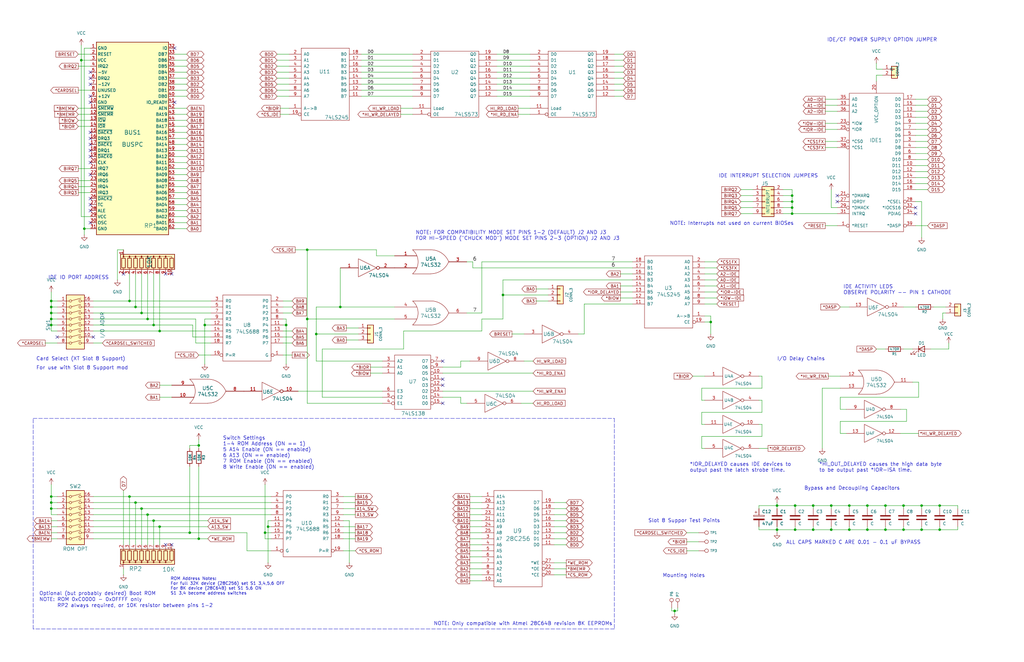
<source format=kicad_sch>
(kicad_sch (version 20231120) (generator "eeschema") (generator_version "8.0")
  (paper "USLedger")
  (title_block (title "XT-IDE 8-bit ISA IDE Controller") (date "2024-04-24") (rev "4B") (company "Glitch Works, LLC") (comment 1 "J. Chapman"))
  (junction (at 342.9 213.36))
  (junction (at 335.28 223.52))
  (junction (at 21.59 132.08))
  (junction (at 129.54 134.62))
  (junction (at 21.59 212.09))
  (junction (at 34.29 25.4))
  (junction (at 21.59 137.16))
  (junction (at 133.35 140.97))
  (junction (at 381 213.36))
  (junction (at 21.59 209.55))
  (junction (at 21.59 134.62))
  (junction (at 373.38 213.36))
  (junction (at 83.82 227.33))
  (junction (at 373.38 223.52))
  (junction (at 284.48 257.81))
  (junction (at 67.31 222.25))
  (junction (at 335.28 213.36))
  (junction (at 62.23 134.62))
  (junction (at 111.76 224.79))
  (junction (at 334.01 87.63))
  (junction (at 334.01 85.09))
  (junction (at 388.62 213.36))
  (junction (at 143.51 129.54))
  (junction (at 358.14 213.36))
  (junction (at 59.69 214.63))
  (junction (at 83.82 187.96))
  (junction (at 120.65 137.16))
  (junction (at 67.31 139.7))
  (junction (at 62.23 217.17))
  (junction (at 350.52 213.36))
  (junction (at 334.01 82.55))
  (junction (at 57.15 129.54))
  (junction (at 21.59 129.54))
  (junction (at 212.09 124.46))
  (junction (at 327.66 223.52))
  (junction (at 365.76 213.36))
  (junction (at 64.77 137.16))
  (junction (at 64.77 219.71))
  (junction (at 54.61 127))
  (junction (at 86.36 137.16))
  (junction (at 334.01 90.17))
  (junction (at 57.15 212.09))
  (junction (at 342.9 223.52))
  (junction (at 388.62 223.52))
  (junction (at 365.76 223.52))
  (junction (at 381 223.52))
  (junction (at 35.56 96.52))
  (junction (at 21.59 127))
  (junction (at 80.01 224.79))
  (junction (at 299.72 135.89))
  (junction (at 396.24 223.52))
  (junction (at 327.66 213.36))
  (junction (at 358.14 223.52))
  (junction (at 113.03 222.25))
  (junction (at 129.54 105.41))
  (junction (at 54.61 209.55))
  (junction (at 396.24 213.36))
  (junction (at 59.69 132.08))
  (junction (at 21.59 214.63))
  (junction (at 350.52 223.52))
  (no_connect (at 186.69 152.4))
  (no_connect (at 52.07 115.57))
  (no_connect (at 38.1 58.42))
  (no_connect (at 38.1 40.64))
  (no_connect (at 38.1 35.56))
  (no_connect (at 38.1 93.98))
  (no_connect (at 38.1 83.82))
  (no_connect (at 186.69 162.56))
  (no_connect (at 38.1 43.18))
  (no_connect (at 186.69 160.02))
  (no_connect (at 39.37 142.24))
  (no_connect (at 38.1 88.9))
  (no_connect (at 386.08 90.17))
  (no_connect (at 38.1 86.36))
  (no_connect (at 72.39 115.57))
  (no_connect (at 353.06 85.09))
  (no_connect (at 386.08 87.63))
  (no_connect (at 73.66 20.32))
  (no_connect (at 186.69 170.18))
  (no_connect (at 24.13 142.24))
  (no_connect (at 38.1 30.48))
  (no_connect (at 38.1 33.02))
  (no_connect (at 38.1 66.04))
  (no_connect (at 73.66 43.18))
  (no_connect (at 38.1 55.88))
  (no_connect (at 38.1 60.96))
  (no_connect (at 38.1 63.5))
  (no_connect (at 72.39 229.87))
  (no_connect (at 69.85 115.57))
  (no_connect (at 69.85 229.87))
  (no_connect (at 353.06 82.55))
  (no_connect (at 38.1 68.58))
  (no_connect (at 38.1 73.66))
  (wire (pts (xy 19.05 144.78) (xy 24.13 144.78)))
  (wire (pts (xy 354.33 163.83) (xy 346.71 163.83)))
  (wire (pts (xy 170.18 139.7) (xy 170.18 147.32)))
  (wire (pts (xy 203.2 110.49) (xy 203.2 132.08)))
  (wire (pts (xy 73.66 50.8) (xy 78.74 50.8)))
  (wire (pts (xy 146.05 143.51) (xy 151.13 143.51)))
  (wire (pts (xy 67.31 139.7) (xy 88.9 139.7)))
  (wire (pts (xy 259.08 22.86) (xy 262.89 22.86)))
  (wire (pts (xy 215.9 140.97) (xy 220.98 140.97)))
  (wire (pts (xy 62.23 217.17) (xy 114.3 217.17)))
  (wire (pts (xy 121.92 22.86) (xy 116.84 22.86)))
  (wire (pts (xy 80.01 187.96) (xy 80.01 189.23)))
  (wire (pts (xy 358.14 213.36) (xy 365.76 213.36)))
  (wire (pts (xy 158.75 105.41) (xy 158.75 107.95)))
  (wire (pts (xy 259.08 25.4) (xy 262.89 25.4)))
  (wire (pts (xy 21.59 227.33) (xy 24.13 227.33)))
  (wire (pts (xy 327.66 213.36) (xy 335.28 213.36)))
  (wire (pts (xy 119.38 137.16) (xy 120.65 137.16)))
  (wire (pts (xy 335.28 223.52) (xy 342.9 223.52)))
  (wire (pts (xy 33.02 81.28) (xy 38.1 81.28)))
  (wire (pts (xy 396.24 223.52) (xy 396.24 222.25)))
  (wire (pts (xy 203.2 134.62) (xy 203.2 139.7)))
  (wire (pts (xy 104.14 232.41) (xy 104.14 224.79)))
  (wire (pts (xy 123.19 129.54) (xy 119.38 129.54)))
  (wire (pts (xy 147.32 237.49) (xy 147.32 219.71)))
  (wire (pts (xy 194.31 152.4) (xy 198.12 152.4)))
  (wire (pts (xy 21.59 123.19) (xy 21.59 127)))
  (wire (pts (xy 129.54 105.41) (xy 158.75 105.41)))
  (wire (pts (xy 203.2 110.49) (xy 266.7 110.49)))
  (wire (pts (xy 369.57 34.29) (xy 369.57 31.75)))
  (wire (pts (xy 231.14 124.46) (xy 212.09 124.46)))
  (wire (pts (xy 347.98 59.69) (xy 353.06 59.69)))
  (wire (pts (xy 33.02 71.12) (xy 38.1 71.12)))
  (wire (pts (xy 152.4 27.94) (xy 173.99 27.94)))
  (wire (pts (xy 386.08 74.93) (xy 391.16 74.93)))
  (polyline (pts (xy 13.97 176.53) (xy 259.08 176.53)) (stroke (width 0) (type dash)))
  (wire (pts (xy 168.91 45.72) (xy 173.99 45.72)))
  (wire (pts (xy 21.59 204.47) (xy 21.59 209.55)))
  (wire (pts (xy 62.23 134.62) (xy 82.55 134.62)))
  (wire (pts (xy 233.68 237.49) (xy 238.76 237.49)))
  (wire (pts (xy 203.2 132.08) (xy 196.85 132.08)))
  (wire (pts (xy 312.42 82.55) (xy 317.5 82.55)))
  (wire (pts (xy 24.13 137.16) (xy 21.59 137.16)))
  (wire (pts (xy 297.18 133.35) (xy 299.72 133.35)))
  (wire (pts (xy 33.02 78.74) (xy 38.1 78.74)))
  (wire (pts (xy 386.08 54.61) (xy 391.16 54.61)))
  (wire (pts (xy 24.13 129.54) (xy 21.59 129.54)))
  (wire (pts (xy 347.98 54.61) (xy 353.06 54.61)))
  (wire (pts (xy 73.66 38.1) (xy 78.74 38.1)))
  (wire (pts (xy 350.52 223.52) (xy 358.14 223.52)))
  (wire (pts (xy 312.42 85.09) (xy 317.5 85.09)))
  (wire (pts (xy 284.48 257.81) (xy 284.48 259.08)))
  (wire (pts (xy 354.33 182.88) (xy 356.87 182.88)))
  (wire (pts (xy 88.9 134.62) (xy 86.36 134.62)))
  (wire (pts (xy 64.77 219.71) (xy 87.63 219.71)))
  (wire (pts (xy 373.38 214.63) (xy 373.38 213.36)))
  (wire (pts (xy 21.59 219.71) (xy 24.13 219.71)))
  (wire (pts (xy 73.66 78.74) (xy 78.74 78.74)))
  (polyline (pts (xy 13.97 265.43) (xy 13.97 176.53)) (stroke (width 0) (type dash)))
  (wire (pts (xy 342.9 213.36) (xy 350.52 213.36)))
  (wire (pts (xy 67.31 222.25) (xy 87.63 222.25)))
  (wire (pts (xy 261.62 125.73) (xy 266.7 125.73)))
  (wire (pts (xy 125.73 165.1) (xy 161.29 165.1)))
  (wire (pts (xy 144.78 224.79) (xy 149.86 224.79)))
  (wire (pts (xy 67.31 167.64) (xy 72.39 167.64)))
  (wire (pts (xy 295.91 168.91) (xy 297.18 168.91)))
  (wire (pts (xy 334.01 85.09) (xy 334.01 87.63)))
  (wire (pts (xy 54.61 209.55) (xy 114.3 209.55)))
  (wire (pts (xy 396.24 223.52) (xy 403.86 223.52)))
  (wire (pts (xy 73.66 45.72) (xy 78.74 45.72)))
  (wire (pts (xy 198.12 234.95) (xy 203.2 234.95)))
  (wire (pts (xy 297.18 128.27) (xy 302.26 128.27)))
  (wire (pts (xy 388.62 85.09) (xy 386.08 85.09)))
  (wire (pts (xy 73.66 88.9) (xy 78.74 88.9)))
  (wire (pts (xy 209.55 35.56) (xy 223.52 35.56)))
  (wire (pts (xy 144.78 217.17) (xy 149.86 217.17)))
  (wire (pts (xy 365.76 213.36) (xy 373.38 213.36)))
  (wire (pts (xy 39.37 129.54) (xy 57.15 129.54)))
  (wire (pts (xy 379.73 182.88) (xy 387.35 182.88)))
  (wire (pts (xy 35.56 20.32) (xy 38.1 20.32)))
  (wire (pts (xy 170.18 147.32) (xy 135.89 147.32)))
  (wire (pts (xy 147.32 219.71) (xy 144.78 219.71)))
  (wire (pts (xy 386.08 95.25) (xy 391.16 95.25)))
  (wire (pts (xy 194.31 170.18) (xy 194.31 167.64)))
  (wire (pts (xy 73.66 76.2) (xy 78.74 76.2)))
  (wire (pts (xy 114.3 232.41) (xy 104.14 232.41)))
  (wire (pts (xy 320.04 213.36) (xy 320.04 214.63)))
  (wire (pts (xy 297.18 115.57) (xy 302.26 115.57)))
  (wire (pts (xy 259.08 30.48) (xy 262.89 30.48)))
  (wire (pts (xy 194.31 154.94) (xy 194.31 152.4)))
  (wire (pts (xy 121.92 40.64) (xy 116.84 40.64)))
  (wire (pts (xy 297.18 123.19) (xy 302.26 123.19)))
  (wire (pts (xy 261.62 123.19) (xy 266.7 123.19)))
  (wire (pts (xy 114.3 224.79) (xy 111.76 224.79)))
  (wire (pts (xy 21.59 214.63) (xy 21.59 217.17)))
  (wire (pts (xy 59.69 115.57) (xy 59.69 132.08)))
  (wire (pts (xy 52.07 207.01) (xy 52.07 229.87)))
  (wire (pts (xy 392.43 147.32) (xy 400.05 147.32)))
  (wire (pts (xy 152.4 25.4) (xy 173.99 25.4)))
  (wire (pts (xy 33.02 76.2) (xy 38.1 76.2)))
  (wire (pts (xy 233.68 242.57) (xy 238.76 242.57)))
  (wire (pts (xy 198.12 232.41) (xy 203.2 232.41)))
  (wire (pts (xy 330.2 80.01) (xy 334.01 80.01)))
  (wire (pts (xy 199.39 113.03) (xy 266.7 113.03)))
  (polyline (pts (xy 259.08 176.53) (xy 259.08 265.43)) (stroke (width 0) (type dash)))
  (wire (pts (xy 57.15 129.54) (xy 88.9 129.54)))
  (wire (pts (xy 386.08 46.99) (xy 391.16 46.99)))
  (wire (pts (xy 386.08 77.47) (xy 391.16 77.47)))
  (wire (pts (xy 24.13 212.09) (xy 21.59 212.09)))
  (wire (pts (xy 209.55 33.02) (xy 223.52 33.02)))
  (wire (pts (xy 381 129.54) (xy 386.08 129.54)))
  (wire (pts (xy 133.35 129.54) (xy 143.51 129.54)))
  (wire (pts (xy 33.02 53.34) (xy 38.1 53.34)))
  (wire (pts (xy 398.78 129.54) (xy 393.7 129.54)))
  (wire (pts (xy 24.13 132.08) (xy 21.59 132.08)))
  (wire (pts (xy 81.28 137.16) (xy 81.28 142.24)))
  (wire (pts (xy 198.12 222.25) (xy 203.2 222.25)))
  (wire (pts (xy 386.08 62.23) (xy 391.16 62.23)))
  (wire (pts (xy 350.52 80.01) (xy 350.52 87.63)))
  (wire (pts (xy 335.28 214.63) (xy 335.28 213.36)))
  (wire (pts (xy 39.37 219.71) (xy 64.77 219.71)))
  (wire (pts (xy 73.66 73.66) (xy 78.74 73.66)))
  (wire (pts (xy 259.08 27.94) (xy 262.89 27.94)))
  (wire (pts (xy 312.42 90.17) (xy 317.5 90.17)))
  (wire (pts (xy 73.66 25.4) (xy 78.74 25.4)))
  (wire (pts (xy 62.23 115.57) (xy 62.23 134.62)))
  (wire (pts (xy 73.66 22.86) (xy 78.74 22.86)))
  (wire (pts (xy 144.78 212.09) (xy 149.86 212.09)))
  (wire (pts (xy 82.55 144.78) (xy 88.9 144.78)))
  (wire (pts (xy 133.35 129.54) (xy 133.35 140.97)))
  (wire (pts (xy 123.19 127) (xy 119.38 127)))
  (wire (pts (xy 292.1 158.75) (xy 297.18 158.75)))
  (wire (pts (xy 39.37 217.17) (xy 62.23 217.17)))
  (wire (pts (xy 156.21 154.94) (xy 161.29 154.94)))
  (wire (pts (xy 80.01 224.79) (xy 104.14 224.79)))
  (wire (pts (xy 35.56 99.06) (xy 35.56 96.52)))
  (wire (pts (xy 121.92 38.1) (xy 116.84 38.1)))
  (wire (pts (xy 54.61 115.57) (xy 54.61 127)))
  (wire (pts (xy 135.89 147.32) (xy 135.89 167.64)))
  (wire (pts (xy 233.68 240.03) (xy 238.76 240.03)))
  (wire (pts (xy 67.31 222.25) (xy 67.31 229.87)))
  (wire (pts (xy 129.54 134.62) (xy 129.54 170.18)))
  (wire (pts (xy 259.08 40.64) (xy 262.89 40.64)))
  (wire (pts (xy 218.44 45.72) (xy 223.52 45.72)))
  (wire (pts (xy 350.52 214.63) (xy 350.52 213.36)))
  (wire (pts (xy 330.2 85.09) (xy 334.01 85.09)))
  (wire (pts (xy 246.38 128.27) (xy 246.38 140.97)))
  (wire (pts (xy 379.73 172.72) (xy 382.27 172.72)))
  (wire (pts (xy 88.9 137.16) (xy 86.36 137.16)))
  (wire (pts (xy 388.62 100.33) (xy 388.62 85.09)))
  (wire (pts (xy 123.19 132.08) (xy 119.38 132.08)))
  (wire (pts (xy 233.68 219.71) (xy 238.76 219.71)))
  (wire (pts (xy 209.55 22.86) (xy 223.52 22.86)))
  (wire (pts (xy 39.37 227.33) (xy 83.82 227.33)))
  (wire (pts (xy 354.33 177.8) (xy 354.33 182.88)))
  (wire (pts (xy 369.57 31.75) (xy 372.11 31.75)))
  (wire (pts (xy 327.66 223.52) (xy 335.28 223.52)))
  (wire (pts (xy 39.37 224.79) (xy 80.01 224.79)))
  (wire (pts (xy 83.82 227.33) (xy 87.63 227.33)))
  (wire (pts (xy 400.05 147.32) (xy 400.05 144.78)))
  (wire (pts (xy 198.12 217.17) (xy 203.2 217.17)))
  (wire (pts (xy 321.31 179.07) (xy 321.31 184.15)))
  (wire (pts (xy 386.08 41.91) (xy 391.16 41.91)))
  (wire (pts (xy 83.82 187.96) (xy 83.82 189.23)))
  (wire (pts (xy 261.62 120.65) (xy 266.7 120.65)))
  (wire (pts (xy 73.66 86.36) (xy 78.74 86.36)))
  (wire (pts (xy 347.98 41.91) (xy 353.06 41.91)))
  (wire (pts (xy 295.91 173.99) (xy 295.91 179.07)))
  (wire (pts (xy 73.66 71.12) (xy 78.74 71.12)))
  (wire (pts (xy 266.7 128.27) (xy 246.38 128.27)))
  (wire (pts (xy 73.66 40.64) (xy 78.74 40.64)))
  (wire (pts (xy 57.15 212.09) (xy 114.3 212.09)))
  (wire (pts (xy 209.55 38.1) (xy 223.52 38.1)))
  (wire (pts (xy 369.57 26.67) (xy 369.57 29.21)))
  (wire (pts (xy 73.66 60.96) (xy 78.74 60.96)))
  (wire (pts (xy 381 214.63) (xy 381 213.36)))
  (wire (pts (xy 295.91 163.83) (xy 295.91 168.91)))
  (wire (pts (xy 388.62 223.52) (xy 396.24 223.52)))
  (wire (pts (xy 295.91 179.07) (xy 297.18 179.07)))
  (wire (pts (xy 346.71 163.83) (xy 346.71 189.23)))
  (wire (pts (xy 64.77 137.16) (xy 81.28 137.16)))
  (wire (pts (xy 33.02 38.1) (xy 38.1 38.1)))
  (wire (pts (xy 209.55 40.64) (xy 223.52 40.64)))
  (wire (pts (xy 320.04 158.75) (xy 321.31 158.75)))
  (wire (pts (xy 35.56 96.52) (xy 38.1 96.52)))
  (wire (pts (xy 327.66 222.25) (xy 327.66 223.52)))
  (wire (pts (xy 226.06 121.92) (xy 231.14 121.92)))
  (wire (pts (xy 387.35 167.64) (xy 354.33 167.64)))
  (wire (pts (xy 334.01 90.17) (xy 353.06 90.17)))
  (wire (pts (xy 21.59 209.55) (xy 21.59 212.09)))
  (wire (pts (xy 388.62 223.52) (xy 388.62 222.25)))
  (wire (pts (xy 39.37 214.63) (xy 59.69 214.63)))
  (wire (pts (xy 21.59 224.79) (xy 24.13 224.79)))
  (wire (pts (xy 39.37 134.62) (xy 62.23 134.62)))
  (polyline (pts (xy 259.08 265.43) (xy 13.97 265.43)) (stroke (width 0) (type dash)))
  (wire (pts (xy 21.59 132.08) (xy 21.59 134.62)))
  (wire (pts (xy 354.33 167.64) (xy 354.33 172.72)))
  (wire (pts (xy 320.04 223.52) (xy 320.04 222.25)))
  (wire (pts (xy 323.85 189.23) (xy 320.04 189.23)))
  (wire (pts (xy 347.98 62.23) (xy 353.06 62.23)))
  (wire (pts (xy 365.76 223.52) (xy 373.38 223.52)))
  (wire (pts (xy 196.85 110.49) (xy 199.39 110.49)))
  (wire (pts (xy 39.37 212.09) (xy 57.15 212.09)))
  (wire (pts (xy 34.29 19.05) (xy 34.29 25.4)))
  (wire (pts (xy 212.09 118.11) (xy 266.7 118.11)))
  (wire (pts (xy 54.61 127) (xy 88.9 127)))
  (wire (pts (xy 133.35 140.97) (xy 133.35 152.4)))
  (wire (pts (xy 135.89 167.64) (xy 161.29 167.64)))
  (wire (pts (xy 151.13 140.97) (xy 133.35 140.97)))
  (wire (pts (xy 320.04 168.91) (xy 321.31 168.91)))
  (wire (pts (xy 259.08 33.02) (xy 262.89 33.02)))
  (wire (pts (xy 246.38 140.97) (xy 243.84 140.97)))
  (wire (pts (xy 342.9 222.25) (xy 342.9 223.52)))
  (wire (pts (xy 113.03 219.71) (xy 113.03 222.25)))
  (wire (pts (xy 259.08 35.56) (xy 262.89 35.56)))
  (wire (pts (xy 73.66 35.56) (xy 78.74 35.56)))
  (wire (pts (xy 118.11 48.26) (xy 121.92 48.26)))
  (wire (pts (xy 330.2 87.63) (xy 334.01 87.63)))
  (wire (pts (xy 73.66 58.42) (xy 78.74 58.42)))
  (wire (pts (xy 297.18 135.89) (xy 299.72 135.89)))
  (wire (pts (xy 330.2 90.17) (xy 334.01 90.17)))
  (wire (pts (xy 24.13 127) (xy 21.59 127)))
  (wire (pts (xy 233.68 214.63) (xy 238.76 214.63)))
  (wire (pts (xy 297.18 110.49) (xy 302.26 110.49)))
  (wire (pts (xy 121.92 35.56) (xy 116.84 35.56)))
  (wire (pts (xy 354.33 158.75) (xy 349.25 158.75)))
  (wire (pts (xy 34.29 91.44) (xy 38.1 91.44)))
  (wire (pts (xy 86.36 137.16) (xy 86.36 153.67)))
  (wire (pts (xy 152.4 22.86) (xy 173.99 22.86)))
  (wire (pts (xy 121.92 27.94) (xy 116.84 27.94)))
  (wire (pts (xy 57.15 115.57) (xy 57.15 129.54)))
  (wire (pts (xy 233.68 227.33) (xy 238.76 227.33)))
  (wire (pts (xy 39.37 137.16) (xy 64.77 137.16)))
  (wire (pts (xy 33.02 50.8) (xy 38.1 50.8)))
  (wire (pts (xy 64.77 219.71) (xy 64.77 229.87)))
  (wire (pts (xy 83.82 196.85) (xy 83.82 227.33)))
  (wire (pts (xy 358.14 222.25) (xy 358.14 223.52)))
  (wire (pts (xy 381 223.52) (xy 381 222.25)))
  (wire (pts (xy 347.98 46.99) (xy 353.06 46.99)))
  (wire (pts (xy 312.42 87.63) (xy 317.5 87.63)))
  (wire (pts (xy 39.37 132.08) (xy 59.69 132.08)))
  (wire (pts (xy 226.06 127) (xy 231.14 127)))
  (wire (pts (xy 114.3 219.71) (xy 113.03 219.71)))
  (wire (pts (xy 381 213.36) (xy 388.62 213.36)))
  (wire (pts (xy 382.27 172.72) (xy 382.27 177.8)))
  (wire (pts (xy 403.86 213.36) (xy 403.86 214.63)))
  (wire (pts (xy 80.01 196.85) (xy 80.01 224.79)))
  (wire (pts (xy 353.06 87.63) (xy 350.52 87.63)))
  (wire (pts (xy 57.15 212.09) (xy 57.15 229.87)))
  (wire (pts (xy 299.72 135.89) (xy 299.72 140.97)))
  (wire (pts (xy 354.33 172.72) (xy 356.87 172.72)))
  (wire (pts (xy 114.3 222.25) (xy 113.03 222.25)))
  (wire (pts (xy 297.18 120.65) (xy 302.26 120.65)))
  (wire (pts (xy 198.12 212.09) (xy 203.2 212.09)))
  (wire (pts (xy 166.37 134.62) (xy 129.54 134.62)))
  (wire (pts (xy 39.37 139.7) (xy 67.31 139.7)))
  (wire (pts (xy 321.31 163.83) (xy 295.91 163.83)))
  (wire (pts (xy 111.76 227.33) (xy 114.3 227.33)))
  (wire (pts (xy 73.66 91.44) (xy 78.74 91.44)))
  (wire (pts (xy 347.98 44.45) (xy 353.06 44.45)))
  (wire (pts (xy 196.85 170.18) (xy 194.31 170.18)))
  (wire (pts (xy 233.68 212.09) (xy 238.76 212.09)))
  (wire (pts (xy 152.4 38.1) (xy 173.99 38.1)))
  (wire (pts (xy 283.21 256.54) (xy 283.21 257.81)))
  (wire (pts (xy 386.08 80.01) (xy 391.16 80.01)))
  (wire (pts (xy 73.66 96.52) (xy 78.74 96.52)))
  (wire (pts (xy 320.04 223.52) (xy 327.66 223.52)))
  (wire (pts (xy 212.09 118.11) (xy 212.09 124.46)))
  (wire (pts (xy 146.05 138.43) (xy 151.13 138.43)))
  (wire (pts (xy 373.38 147.32) (xy 369.57 147.32)))
  (wire (pts (xy 34.29 25.4) (xy 34.29 91.44)))
  (wire (pts (xy 358.14 223.52) (xy 365.76 223.52)))
  (wire (pts (xy 129.54 170.18) (xy 161.29 170.18)))
  (wire (pts (xy 365.76 214.63) (xy 365.76 213.36)))
  (wire (pts (xy 73.66 48.26) (xy 78.74 48.26)))
  (wire (pts (xy 233.68 229.87) (xy 238.76 229.87)))
  (wire (pts (xy 120.65 153.67) (xy 120.65 137.16)))
  (wire (pts (xy 297.18 118.11) (xy 302.26 118.11)))
  (wire (pts (xy 123.19 144.78) (xy 119.38 144.78)))
  (wire (pts (xy 73.66 27.94) (xy 78.74 27.94)))
  (wire (pts (xy 73.66 93.98) (xy 78.74 93.98)))
  (wire (pts (xy 21.59 212.09) (xy 21.59 214.63)))
  (wire (pts (xy 64.77 115.57) (xy 64.77 137.16)))
  (wire (pts (xy 386.08 64.77) (xy 391.16 64.77)))
  (wire (pts (xy 386.08 44.45) (xy 391.16 44.45)))
  (wire (pts (xy 33.02 48.26) (xy 38.1 48.26)))
  (wire (pts (xy 386.08 52.07) (xy 391.16 52.07)))
  (wire (pts (xy 38.1 27.94) (xy 33.02 27.94)))
  (wire (pts (xy 81.28 142.24) (xy 88.9 142.24)))
  (wire (pts (xy 233.68 222.25) (xy 238.76 222.25)))
  (wire (pts (xy 73.66 66.04) (xy 78.74 66.04)))
  (wire (pts (xy 73.66 83.82) (xy 78.74 83.82)))
  (wire (pts (xy 209.55 25.4) (xy 223.52 25.4)))
  (wire (pts (xy 73.66 68.58) (xy 78.74 68.58)))
  (wire (pts (xy 312.42 80.01) (xy 317.5 80.01)))
  (wire (pts (xy 39.37 209.55) (xy 54.61 209.55)))
  (wire (pts (xy 59.69 229.87) (xy 59.69 214.63)))
  (wire (pts (xy 49.53 105.41) (xy 52.07 105.41)))
  (wire (pts (xy 297.18 113.03) (xy 302.26 113.03)))
  (wire (pts (xy 54.61 229.87) (xy 54.61 209.55)))
  (wire (pts (xy 111.76 204.47) (xy 111.76 224.79)))
  (wire (pts (xy 73.66 33.02) (xy 78.74 33.02)))
  (wire (pts (xy 73.66 81.28) (xy 78.74 81.28)))
  (wire (pts (xy 396.24 213.36) (xy 403.86 213.36)))
  (wire (pts (xy 82.55 134.62) (xy 82.55 144.78)))
  (wire (pts (xy 334.01 82.55) (xy 334.01 85.09)))
  (wire (pts (xy 350.52 213.36) (xy 358.14 213.36)))
  (wire (pts (xy 143.51 129.54) (xy 166.37 129.54)))
  (wire (pts (xy 21.59 139.7) (xy 24.13 139.7)))
  (wire (pts (xy 261.62 115.57) (xy 266.7 115.57)))
  (wire (pts (xy 21.59 137.16) (xy 21.59 139.7)))
  (wire (pts (xy 382.27 177.8) (xy 354.33 177.8)))
  (wire (pts (xy 320.04 213.36) (xy 327.66 213.36)))
  (wire (pts (xy 327.66 223.52) (xy 327.66 224.79)))
  (wire (pts (xy 381 223.52) (xy 388.62 223.52)))
  (wire (pts (xy 386.08 49.53) (xy 391.16 49.53)))
  (wire (pts (xy 156.21 157.48) (xy 161.29 157.48)))
  (wire (pts (xy 129.54 105.41) (xy 129.54 134.62)))
  (wire (pts (xy 373.38 223.52) (xy 381 223.52)))
  (wire (pts (xy 203.2 139.7) (xy 170.18 139.7)))
  (wire (pts (xy 158.75 107.95) (xy 166.37 107.95)))
  (wire (pts (xy 123.19 142.24) (xy 119.38 142.24)))
  (wire (pts (xy 327.66 212.09) (xy 327.66 213.36)))
  (wire (pts (xy 67.31 162.56) (xy 72.39 162.56)))
  (wire (pts (xy 403.86 223.52) (xy 403.86 222.25)))
  (wire (pts (xy 386.08 59.69) (xy 391.16 59.69)))
  (wire (pts (xy 186.69 157.48) (xy 224.79 157.48)))
  (wire (pts (xy 212.09 124.46) (xy 212.09 134.62)))
  (wire (pts (xy 398.78 132.08) (xy 397.51 132.08)))
  (wire (pts (xy 233.68 217.17) (xy 238.76 217.17)))
  (wire (pts (xy 59.69 132.08) (xy 88.9 132.08)))
  (wire (pts (xy 152.4 33.02) (xy 173.99 33.02)))
  (wire (pts (xy 321.31 158.75) (xy 321.31 163.83)))
  (wire (pts (xy 358.14 214.63) (xy 358.14 213.36)))
  (wire (pts (xy 86.36 134.62) (xy 86.36 137.16)))
  (wire (pts (xy 120.65 137.16) (xy 120.65 134.62)))
  (wire (pts (xy 321.31 184.15) (xy 295.91 184.15)))
  (wire (pts (xy 297.18 125.73) (xy 302.26 125.73)))
  (wire (pts (xy 152.4 30.48) (xy 173.99 30.48)))
  (wire (pts (xy 334.01 87.63) (xy 334.01 90.17)))
  (wire (pts (xy 373.38 213.36) (xy 381 213.36)))
  (wire (pts (xy 111.76 224.79) (xy 111.76 227.33)))
  (wire (pts (xy 83.82 149.86) (xy 88.9 149.86)))
  (wire (pts (xy 212.09 134.62) (xy 203.2 134.62)))
  (wire (pts (xy 198.12 242.57) (xy 203.2 242.57)))
  (wire (pts (xy 83.82 187.96) (xy 80.01 187.96)))
  (wire (pts (xy 124.46 105.41) (xy 129.54 105.41)))
  (wire (pts (xy 321.31 168.91) (xy 321.31 173.99)))
  (wire (pts (xy 186.69 154.94) (xy 194.31 154.94)))
  (wire (pts (xy 347.98 52.07) (xy 353.06 52.07)))
  (wire (pts (xy 199.39 110.49) (xy 199.39 113.03)))
  (wire (pts (xy 283.21 257.81) (xy 284.48 257.81)))
  (wire (pts (xy 209.55 27.94) (xy 223.52 27.94)))
  (wire (pts (xy 38.1 22.86) (xy 33.02 22.86)))
  (wire (pts (xy 152.4 35.56) (xy 173.99 35.56)))
  (wire (pts (xy 198.12 214.63) (xy 203.2 214.63)))
  (wire (pts (xy 198.12 229.87) (xy 203.2 229.87)))
  (wire (pts (xy 320.04 179.07) (xy 321.31 179.07)))
  (wire (pts (xy 381 147.32) (xy 384.81 147.32)))
  (wire (pts (xy 33.02 45.72) (xy 38.1 45.72)))
  (wire (pts (xy 119.38 149.86) (xy 123.19 149.86)))
  (wire (pts (xy 365.76 223.52) (xy 365.76 222.25)))
  (wire (pts (xy 284.48 257.81) (xy 285.75 257.81)))
  (wire (pts (xy 330.2 82.55) (xy 334.01 82.55)))
  (wire (pts (xy 209.55 30.48) (xy 223.52 30.48)))
  (wire (pts (xy 73.66 63.5) (xy 78.74 63.5)))
  (wire (pts (xy 350.52 222.25) (xy 350.52 223.52)))
  (wire (pts (xy 21.59 127) (xy 21.59 129.54)))
  (wire (pts (xy 62.23 217.17) (xy 62.23 229.87)))
  (wire (pts (xy 120.65 134.62) (xy 119.38 134.62)))
  (wire (pts (xy 24.13 134.62) (xy 21.59 134.62)))
  (wire (pts (xy 144.78 222.25) (xy 149.86 222.25)))
  (wire (pts (xy 59.69 214.63) (xy 114.3 214.63)))
  (wire (pts (xy 327.66 213.36) (xy 327.66 214.63)))
  (wire (pts (xy 198.12 219.71) (xy 203.2 219.71)))
  (wire (pts (xy 198.12 240.03) (xy 203.2 240.03)))
  (wire (pts (xy 285.75 257.81) (xy 285.75 256.54)))
  (wire (pts (xy 161.29 152.4) (xy 133.35 152.4)))
  (wire (pts (xy 144.78 232.41) (xy 149.86 232.41)))
  (wire (pts (xy 289.56 232.41) (xy 294.64 232.41)))
  (wire (pts (xy 21.59 129.54) (xy 21.59 132.08)))
  (wire (pts (xy 342.9 214.63) (xy 342.9 213.36)))
  (wire (pts (xy 289.56 228.6) (xy 294.64 228.6)))
  (wire (pts (xy 118.11 45.72) (xy 121.92 45.72)))
  (wire (pts (xy 152.4 40.64) (xy 173.99 40.64)))
  (wire (pts (xy 386.08 72.39) (xy 391.16 72.39)))
  (wire (pts (xy 143.51 113.03) (xy 143.51 129.54)))
  (wire (pts (xy 321.31 173.99) (xy 295.91 173.99)))
  (wire (pts (xy 67.31 115.57) (xy 67.31 139.7)))
  (wire (pts (xy 39.37 127) (xy 54.61 127)))
  (wire (pts (xy 386.08 69.85) (xy 391.16 69.85)))
  (wire (pts (xy 144.78 214.63) (xy 149.86 214.63)))
  (wire (pts (xy 335.28 222.25) (xy 335.28 223.52)))
  (wire (pts (xy 123.19 139.7) (xy 119.38 139.7)))
  (wire (pts (xy 387.35 161.29) (xy 387.35 167.64)))
  (wire (pts (xy 35.56 96.52) (xy 35.56 20.32)))
  (wire (pts (xy 186.69 167.64) (xy 194.31 167.64)))
  (wire (pts (xy 295.91 189.23) (xy 297.18 189.23)))
  (wire (pts (xy 121.92 30.48) (xy 116.84 30.48)))
  (wire (pts (xy 289.56 224.79) (xy 294.64 224.79)))
  (wire (pts (xy 388.62 213.36) (xy 396.24 213.36)))
  (wire (pts (xy 334.01 80.01) (xy 334.01 82.55)))
  (wire (pts (xy 24.13 209.55) (xy 21.59 209.55)))
  (wire (pts (xy 73.66 53.34) (xy 78.74 53.34)))
  (wire (pts (xy 299.72 133.35) (xy 299.72 135.89)))
  (wire (pts (xy 73.66 55.88) (xy 78.74 55.88)))
  (wire (pts (xy 198.12 245.11) (xy 203.2 245.11)))
  (wire (pts (xy 388.62 214.63) (xy 388.62 213.36)))
  (wire (pts (xy 354.33 129.54) (xy 358.14 129.54)))
  (wire (pts (xy 21.59 222.25) (xy 24.13 222.25)))
  (wire (pts (xy 168.91 48.26) (xy 173.99 48.26)))
  (wire (pts (xy 144.78 227.33) (xy 149.86 227.33)))
  (wire (pts (xy 24.13 214.63) (xy 21.59 214.63)))
  (wire (pts (xy 39.37 144.78) (xy 43.18 144.78)))
  (wire (pts (xy 219.71 170.18) (xy 224.79 170.18)))
  (wire (pts (xy 218.44 48.26) (xy 223.52 48.26)))
  (wire (pts (xy 198.12 209.55) (xy 203.2 209.55)))
  (wire (pts (xy 49.53 105.41) (xy 49.53 118.11)))
  (wire (pts (xy 347.98 95.25) (xy 353.06 95.25)))
  (wire (pts (xy 396.24 213.36) (xy 396.24 214.63)))
  (wire (pts (xy 121.92 33.02) (xy 116.84 33.02)))
  (wire (pts (xy 113.03 222.25) (xy 113.03 237.49)))
  (wire (pts (xy 121.92 25.4) (xy 116.84 25.4)))
  (wire (pts (xy 233.68 224.79) (xy 238.76 224.79)))
  (wire (pts (xy 52.07 240.03) (xy 52.07 242.57)))
  (wire (pts (xy 373.38 223.52) (xy 373.38 222.25)))
  (wire (pts (xy 342.9 223.52) (xy 350.52 223.52)))
  (wire (pts (xy 259.08 38.1) (xy 262.89 38.1)))
  (wire (pts (xy 38.1 25.4) (xy 34.29 25.4)))
  (wire (pts (xy 397.51 132.08) (xy 397.51 134.62)))
  (wire (pts (xy 369.57 29.21) (xy 372.11 29.21)))
  (wire (pts (xy 21.59 217.17) (xy 24.13 217.17)))
  (wire (pts (xy 384.81 161.29) (xy 387.35 161.29)))
  (wire (pts (xy 186.69 165.1) (xy 224.79 165.1)))
  (wire (pts (xy 198.12 227.33) (xy 203.2 227.33)))
  (wire (pts (xy 295.91 184.15) (xy 295.91 189.23)))
  (wire (pts (xy 198.12 237.49) (xy 203.2 237.49)))
  (wire (pts (xy 73.66 30.48) (xy 78.74 30.48)))
  (wire (pts (xy 224.79 152.4) (xy 220.98 152.4)))
  (wire (pts (xy 198.12 224.79) (xy 203.2 224.79)))
  (wire (pts (xy 335.28 213.36) (xy 342.9 213.36)))
  (wire (pts (xy 144.78 209.55) (xy 149.86 209.55)))
  (wire (pts (xy 386.08 57.15) (xy 391.16 57.15)))
  (wire (pts (xy 21.59 134.62) (xy 21.59 137.16)))
  (wire (pts (xy 386.08 67.31) (xy 391.16 67.31)))
  (wire (pts (xy 83.82 185.42) (xy 83.82 187.96)))
  (wire (pts (xy 39.37 222.25) (xy 67.31 222.25)))
  (text "Bypass and Decoupling Capacitors" (at 339.09 207.01 0) (effects (font (size 1.524 1.524)) (justify left bottom)))
  (text "NOTE: Only compatible with Atmel 28C64B revision 8K EEPROMs" (at 182.88 264.16 0) (effects (font (size 1.524 1.524)) (justify left bottom)))
  (text "IDE ACTIVITY LEDS\nOBSERVE POLARITY -- PIN 1 CATHODE" (at 355.6 124.46 0) (effects (font (size 1.524 1.524)) (justify left bottom)))
  (text "I/O Delay Chains" (at 327.66 152.4 0) (effects (font (size 1.524 1.524)) (justify left bottom)))
  (text "Slot 8 Suppor Test Points" (at 273.304 220.726 0) (effects (font (size 1.524 1.524)) (justify left bottom)))
  (text "Card Select (XT Slot 8 Support)" (at 15.24 152.4 0) (effects (font (size 1.524 1.524)) (justify left bottom)))
  (text "Optional (but probably desired) Boot ROM" (at 16.51 251.46 0) (effects (font (size 1.524 1.524)) (justify left bottom)))
  (text "For use with Slot 8 Support mod" (at 15.24 156.21 0) (effects (font (size 1.524 1.524)) (justify left bottom)))
  (text "*IOR_DELAYED causes IDE devices to\noutput past the latch strobe time." (at 290.83 199.39 0) (effects (font (size 1.524 1.524)) (justify left bottom)))
  (text "IDE/CF POWER SUPPLY OPTION JUMPER" (at 348.742 17.78 0) (effects (font (size 1.524 1.524)) (justify left bottom)))
  (text "ALL CAPS MARKED C ARE 0.01 - 0.1 uF BYPASS" (at 331.47 229.87 0) (effects (font (size 1.524 1.524)) (justify left bottom)))
  (text "IDE INTERRUPT SELECTION JUMPERS" (at 303.022 75.184 0) (effects (font (size 1.524 1.524)) (justify left bottom)))
  (text "NOTE: Interrupts not used on current BIOSes" (at 282.448 95.25 0) (effects (font (size 1.524 1.524)) (justify left bottom)))
  (text "NOTE: ROM 0xC0000 - 0xDFFFF only" (at 16.51 254 0) (effects (font (size 1.524 1.524)) (justify left bottom)))
  (text "IDE IO PORT ADDRESS" (at 20.32 118.11 0) (effects (font (size 1.524 1.524)) (justify left bottom)))
  (text "NOTE: FOR COMPATIBILITY MODE SET PINS 1-2 (DEFAULT) J2 AND J3\nFOR HI-SPEED (\"CHUCK MOD\") MODE SET PINS 2-3 (OPTION) J2 AND J3" (at 175.26 101.6 0) (effects (font (size 1.524 1.524)) (justify left bottom)))
  (text "ROM Address Notes:\nFor full 32K device (28C256) set S1 3,4,5,6 OFF\nFor 8K device (28C64B) set S1 5,6 ON\nS1 3,4 become address switches" (at 71.882 251.206 0) (effects (font (size 1.27 1.27)) (justify left bottom)))
  (text "*HI_OUT_DELAYED causes the high data byte\nto be output past *IOR-ISA time." (at 345.44 199.39 0) (effects (font (size 1.524 1.524)) (justify left bottom)))
  (text "RP2 always required, or 10K resistor between pins 1-2" (at 24.13 256.54 0) (effects (font (size 1.524 1.524)) (justify left bottom)))
  (text "Switch Settings\n1-4 ROM Address (ON == 1)\n5 A14 Enable (ON == enabled)\n6 A13 (ON == enabled)\n7 ROM Enable (ON == enabled)\n8 Write Enable (ON == enabled)" (at 93.98 198.12 0) (effects (font (size 1.524 1.524)) (justify left bottom)))
  (text "Mounting Holes" (at 279.4 243.84 0) (effects (font (size 1.524 1.524)) (justify left bottom)))
  (label "6" (at 257.81 113.03 0) (effects (font (size 1.524 1.524))))
  (label "D14" (at 212.09 38.1 0))
  (label "D0" (at 154.94 22.86 0))
  (label "D6" (at 154.94 38.1 0))
  (label "D10" (at 212.09 27.94 0))
  (label "D3" (at 154.94 30.48 0))
  (label "D4" (at 154.94 33.02 0))
  (label "D7" (at 154.94 40.64 0))
  (label "D1" (at 154.94 25.4 0))
  (label "D2" (at 154.94 27.94 0))
  (label "6" (at 199.39 110.49 0) (effects (font (size 1.524 1.524))))
  (label "D8" (at 212.09 22.86 0))
  (label "D13" (at 212.09 35.56 0))
  (label "D11" (at 212.09 30.48 0))
  (label "7" (at 257.81 110.49 0) (effects (font (size 1.524 1.524))))
  (label "D15" (at 212.09 40.64 0))
  (label "D12" (at 212.09 33.02 0))
  (label "7" (at 199.39 132.08 0) (effects (font (size 1.524 1.524))))
  (label "D5" (at 154.94 35.56 0))
  (label "D9" (at 212.09 25.4 0))
  (global_label "*BMEMR" (shape output) (at 238.76 240.03 0) (property "Intersheetrefs" "${INTERSHEET_REFS}" (effects (hide yes))))
  (global_label "BA19" (shape output) (at 149.86 227.33 0) (property "Intersheetrefs" "${INTERSHEET_REFS}" (effects (hide yes))))
  (global_label "BA19" (shape input) (at 78.74 48.26 0) (property "Intersheetrefs" "${INTERSHEET_REFS}" (effects (hide yes))))
  (global_label "BA8" (shape input) (at 123.19 129.54 0) (property "Intersheetrefs" "${INTERSHEET_REFS}" (effects (hide yes))))
  (global_label "D9" (shape bidirectional) (at 391.16 64.77 0) (property "Intersheetrefs" "${INTERSHEET_REFS}" (effects (hide yes))))
  (global_label "*BIOR" (shape output) (at 156.21 154.94 180) (property "Intersheetrefs" "${INTERSHEET_REFS}" (effects (hide yes))))
  (global_label "BA14" (shape input) (at 78.74 60.96 0) (property "Intersheetrefs" "${INTERSHEET_REFS}" (effects (hide yes))))
  (global_label "BD2" (shape bidirectional) (at 116.84 27.94 180) (property "Intersheetrefs" "${INTERSHEET_REFS}" (effects (hide yes))))
  (global_label "*BIOW" (shape output) (at 156.21 157.48 180) (property "Intersheetrefs" "${INTERSHEET_REFS}" (effects (hide yes))))
  (global_label "*BMEMW" (shape output) (at 21.59 227.33 180) (property "Intersheetrefs" "${INTERSHEET_REFS}" (effects (hide yes))))
  (global_label "BA0" (shape output) (at 198.12 245.11 180) (property "Intersheetrefs" "${INTERSHEET_REFS}" (effects (hide yes))))
  (global_label "BIRQ7" (shape input) (at 312.42 90.17 180) (property "Intersheetrefs" "${INTERSHEET_REFS}" (effects (hide yes))))
  (global_label "BAEN" (shape input) (at 78.74 45.72 0) (property "Intersheetrefs" "${INTERSHEET_REFS}" (effects (hide yes))))
  (global_label "*HI_WR_DELAYED" (shape output) (at 168.91 48.26 180) (property "Intersheetrefs" "${INTERSHEET_REFS}" (effects (hide yes))))
  (global_label "*CS3FX" (shape input) (at 302.26 113.03 0) (property "Intersheetrefs" "${INTERSHEET_REFS}" (effects (hide yes))))
  (global_label "BA6" (shape output) (at 198.12 229.87 180) (property "Intersheetrefs" "${INTERSHEET_REFS}" (effects (hide yes))))
  (global_label "BD6" (shape bidirectional) (at 78.74 25.4 0) (property "Intersheetrefs" "${INTERSHEET_REFS}" (effects (hide yes))))
  (global_label "D12" (shape bidirectional) (at 391.16 72.39 0) (property "Intersheetrefs" "${INTERSHEET_REFS}" (effects (hide yes))))
  (global_label "BA13" (shape output) (at 21.59 222.25 180) (property "Intersheetrefs" "${INTERSHEET_REFS}" (effects (hide yes))))
  (global_label "BA3" (shape output) (at 198.12 237.49 180) (property "Intersheetrefs" "${INTERSHEET_REFS}" (effects (hide yes))))
  (global_label "A13_SW" (shape input) (at 87.63 222.25 0) (property "Intersheetrefs" "${INTERSHEET_REFS}" (effects (hide yes))))
  (global_label "BD5" (shape bidirectional) (at 238.76 217.17 0) (property "Intersheetrefs" "${INTERSHEET_REFS}" (effects (hide yes))))
  (global_label "BD0" (shape bidirectional) (at 238.76 229.87 0) (property "Intersheetrefs" "${INTERSHEET_REFS}" (effects (hide yes))))
  (global_label "BD6" (shape bidirectional) (at 116.84 38.1 180) (property "Intersheetrefs" "${INTERSHEET_REFS}" (effects (hide yes))))
  (global_label "BA2" (shape output) (at 198.12 240.03 180) (property "Intersheetrefs" "${INTERSHEET_REFS}" (effects (hide yes))))
  (global_label "*BIOR" (shape input) (at 292.1 158.75 180) (property "Intersheetrefs" "${INTERSHEET_REFS}" (effects (hide yes))))
  (global_label "BIRQ4" (shape input) (at 312.42 85.09 180) (property "Intersheetrefs" "${INTERSHEET_REFS}" (effects (hide yes))))
  (global_label "D1" (shape input) (at 262.89 25.4 0) (property "Intersheetrefs" "${INTERSHEET_REFS}" (effects (hide yes))))
  (global_label "D13" (shape bidirectional) (at 391.16 74.93 0) (property "Intersheetrefs" "${INTERSHEET_REFS}" (effects (hide yes))))
  (global_label "HI_RD_LOAD" (shape output) (at 218.44 45.72 180) (property "Intersheetrefs" "${INTERSHEET_REFS}" (effects (hide yes))))
  (global_label "*CS_IDE" (shape output) (at 124.46 105.41 180) (property "Intersheetrefs" "${INTERSHEET_REFS}" (effects (hide yes))))
  (global_label "*DASP" (shape input) (at 369.57 147.32 180) (property "Intersheetrefs" "${INTERSHEET_REFS}" (effects (hide yes))))
  (global_label "BA16" (shape output) (at 149.86 209.55 0) (property "Intersheetrefs" "${INTERSHEET_REFS}" (effects (hide yes))))
  (global_label "BD5" (shape bidirectional) (at 116.84 35.56 180) (property "Intersheetrefs" "${INTERSHEET_REFS}" (effects (hide yes))))
  (global_label "BD1" (shape bidirectional) (at 116.84 25.4 180) (property "Intersheetrefs" "${INTERSHEET_REFS}" (effects (hide yes))))
  (global_label "BA13" (shape input) (at 78.74 63.5 0) (property "Intersheetrefs" "${INTERSHEET_REFS}" (effects (hide yes))))
  (global_label "BA15" (shape input) (at 78.74 58.42 0) (property "Intersheetrefs" "${INTERSHEET_REFS}" (effects (hide yes))))
  (global_label "BD1" (shape bidirectional) (at 238.76 227.33 0) (property "Intersheetrefs" "${INTERSHEET_REFS}" (effects (hide yes))))
  (global_label "HI_WR_LOAD" (shape output) (at 168.91 45.72 180) (property "Intersheetrefs" "${INTERSHEET_REFS}" (effects (hide yes))))
  (global_label "BA3" (shape output) (at 146.05 138.43 180) (property "Intersheetrefs" "${INTERSHEET_REFS}" (effects (hide yes))))
  (global_label "BA10" (shape output) (at 198.12 219.71 180) (property "Intersheetrefs" "${INTERSHEET_REFS}" (effects (hide yes))))
  (global_label "BA7" (shape output) (at 198.12 227.33 180) (property "Intersheetrefs" "${INTERSHEET_REFS}" (effects (hide yes))))
  (global_label "BA17" (shape input) (at 78.74 53.34 0) (property "Intersheetrefs" "${INTERSHEET_REFS}" (effects (hide yes))))
  (global_label "*BIOW" (shape output) (at 261.62 125.73 180) (property "Intersheetrefs" "${INTERSHEET_REFS}" (effects (hide yes))))
  (global_label "A1-IDE" (shape output) (at 347.98 44.45 180) (property "Intersheetrefs" "${INTERSHEET_REFS}" (effects (hide yes))))
  (global_label "*BIOR" (shape output) (at 118.11 45.72 180) (property "Intersheetrefs" "${INTERSHEET_REFS}" (effects (hide yes))))
  (global_label "*DASP" (shape input) (at 354.33 129.54 180) (property "Intersheetrefs" "${INTERSHEET_REFS}" (effects (hide yes))))
  (global_label "*IOW-IDE" (shape output) (at 347.98 52.07 180) (property "Intersheetrefs" "${INTERSHEET_REFS}" (effects (hide yes))))
  (global_label "BA12" (shape output) (at 198.12 214.63 180) (property "Intersheetrefs" "${INTERSHEET_REFS}" (effects (hide yes))))
  (global_label "*IOR-IDE" (shape output) (at 347.98 54.61 180) (property "Intersheetrefs" "${INTERSHEET_REFS}" (effects (hide yes))))
  (global_label "BA11" (shape output) (at 198.12 217.17 180) (property "Intersheetrefs" "${INTERSHEET_REFS}" (effects (hide yes))))
  (global_label "BIRQ3" (shape input) (at 312.42 82.55 180) (property "Intersheetrefs" "${INTERSHEET_REFS}" (effects (hide yes))))
  (global_label "BD6" (shape bidirectional) (at 238.76 214.63 0) (property "Intersheetrefs" "${INTERSHEET_REFS}" (effects (hide yes))))
  (global_label "*IOW-IDE" (shape input) (at 302.26 125.73 0) (property "Intersheetrefs" "${INTERSHEET_REFS}" (effects (hide yes))))
  (global_label "D14" (shape bidirectional) (at 391.16 77.47 0) (property "Intersheetrefs" "${INTERSHEET_REFS}" (effects (hide yes))))
  (global_label "BA3" (shape input) (at 78.74 88.9 0) (property "Intersheetrefs" "${INTERSHEET_REFS}" (effects (hide yes))))
  (global_label "BA7" (shape input) (at 78.74 78.74 0) (property "Intersheetrefs" "${INTERSHEET_REFS}" (effects (hide yes))))
  (global_label "BA2" (shape output) (at 261.62 115.57 180) (property "Intersheetrefs" "${INTERSHEET_REFS}" (effects (hide yes))))
  (global_label "BA2" (shape input) (at 78.74 91.44 0) (property "Intersheetrefs" "${INTERSHEET_REFS}" (effects (hide yes))))
  (global_label "*BIOR" (shape output) (at 289.56 228.6 180) (property "Intersheetrefs" "${INTERSHEET_REFS}" (effects (hide yes))))
  (global_label "D8" (shape bidirectional) (at 391.16 62.23 0) (property "Intersheetrefs" "${INTERSHEET_REFS}" (effects (hide yes))))
  (global_label "BD2" (shape bidirectional) (at 238.76 224.79 0) (property "Intersheetrefs" "${INTERSHEET_REFS}" (effects (hide yes))))
  (global_label "D5" (shape input) (at 262.89 35.56 0) (property "Intersheetrefs" "${INTERSHEET_REFS}" (effects (hide yes))))
  (global_label "BIRQ5" (shape input) (at 312.42 87.63 180) (property "Intersheetrefs" "${INTERSHEET_REFS}" (effects (hide yes))))
  (global_label "*CARDSEL" (shape output) (at 33.02 38.1 180) (property "Intersheetrefs" "${INTERSHEET_REFS}" (effects (hide yes))))
  (global_label "BIRQ4" (shape output) (at 33.02 78.74 180) (property "Intersheetrefs" "${INTERSHEET_REFS}" (effects (hide yes))))
  (global_label "BD7" (shape bidirectional) (at 78.74 22.86 0) (property "Intersheetrefs" "${INTERSHEET_REFS}" (effects (hide yes))))
  (global_label "BA1" (shape output) (at 261.62 120.65 180) (property "Intersheetrefs" "${INTERSHEET_REFS}" (effects (hide yes))))
  (global_label "BIRQ3" (shape output) (at 33.02 81.28 180) (property "Intersheetrefs" "${INTERSHEET_REFS}" (effects (hide yes))))
  (global_label "BA13" (shape output) (at 198.12 212.09 180) (property "Intersheetrefs" "${INTERSHEET_REFS}" (effects (hide yes))))
  (global_label "BIRQ5" (shape output) (at 33.02 76.2 180) (property "Intersheetrefs" "${INTERSHEET_REFS}" (effects (hide yes))))
  (global_label "*WE_ROM" (shape output) (at 238.76 237.49 0) (property "Intersheetrefs" "${INTERSHEET_REFS}" (effects (hide yes))))
  (global_label "A1-IDE" (shape input) (at 302.26 120.65 0) (property "Intersheetrefs" "${INTERSHEET_REFS}" (effects (hide yes))))
  (global_label "*CS3FX" (shape output) (at 347.98 62.23 180) (property "Intersheetrefs" "${INTERSHEET_REFS}" (effects (hide yes))))
  (global_label "D15" (shape bidirectional) (at 391.16 80.01 0) (property "Intersheetrefs" "${INTERSHEET_REFS}" (effects (hide yes))))
  (global_label "*RESET" (shape output) (at 347.98 95.25 180) (property "Intersheetrefs" "${INTERSHEET_REFS}" (effects (hide yes))))
  (global_label "*HI_RD_ENA" (shape input) (at 224.79 157.48 0) (property "Intersheetrefs" "${INTERSHEET_REFS}" (effects (hide yes))))
  (global_label "BA3" (shape output) (at 226.06 127 180) (property "Intersheetrefs" "${INTERSHEET_REFS}" (effects (hide yes))))
  (global_label "BA9" (shape input) (at 78.74 73.66 0) (property "Intersheetrefs" "${INTERSHEET_REFS}" (effects (hide yes))))
  (global_label "BA2" (shape output) (at 67.31 162.56 180) (property "Intersheetrefs" "${INTERSHEET_REFS}" (effects (hide yes))))
  (global_label "*CARDSEL_SWITCHED" (shape input) (at 43.18 144.78 0) (property "Intersheetrefs" "${INTERSHEET_REFS}" (effects (hide yes))))
  (global_label "D4" (shape bidirectional) (at 391.16 52.07 0) (property "Intersheetrefs" "${INTERSHEET_REFS}" (effects (hide yes))))
  (global_label "BA0" (shape input) (at 78.74 96.52 0) (property "Intersheetrefs" "${INTERSHEET_REFS}" (effects (hide yes))))
  (global_label "BA10" (shape input) (at 78.74 71.12 0) (property "Intersheetrefs" "${INTERSHEET_REFS}" (effects (hide yes))))
  (global_label "BD2" (shape bidirectional) (at 78.74 35.56 0) (property "Intersheetrefs" "${INTERSHEET_REFS}" (effects (hide yes))))
  (global_label "*CS_ROM" (shape output) (at 238.76 242.57 0) (property "Intersheetrefs" "${INTERSHEET_REFS}" (effects (hide yes))))
  (global_label "A14_SW" (shape input) (at 87.63 219.71 0) (property "Intersheetrefs" "${INTERSHEET_REFS}" (effects (hide yes))))
  (global_label "BA4" (shape input) (at 78.74 86.36 0) (property "Intersheetrefs" "${INTERSHEET_REFS}" (effects (hide yes))))
  (global_label "BA0" (shape output) (at 226.06 121.92 180) (property "Intersheetrefs" "${INTERSHEET_REFS}" (effects (hide yes))))
  (global_label "BA1" (shape input) (at 78.74 93.98 0) (property "Intersheetrefs" "${INTERSHEET_REFS}" (effects (hide yes))))
  (global_label "BD5" (shape bidirectional) (at 78.74 27.94 0) (property "Intersheetrefs" "${INTERSHEET_REFS}" (effects (hide yes))))
  (global_label "BA1" (shape output) (at 198.12 242.57 180) (property "Intersheetrefs" "${INTERSHEET_REFS}" (effects (hide yes))))
  (global_label "BD3" (shape bidirectional) (at 116.84 30.48 180) (property "Intersheetrefs" "${INTERSHEET_REFS}" (effects (hide yes))))
  (global_label "A2-IDE" (shape input) (at 302.26 115.57 0) (property "Intersheetrefs" "${INTERSHEET_REFS}" (effects (hide yes))))
  (global_label "D6" (shape input) (at 262.89 38.1 0) (property "Intersheetrefs" "${INTERSHEET_REFS}" (effects (hide yes))))
  (global_label "D11" (shape bidirectional) (at 391.16 69.85 0) (property "Intersheetrefs" "${INTERSHEET_REFS}" (effects (hide yes))))
  (global_label "BA7" (shape input) (at 123.19 132.08 0) (property "Intersheetrefs" "${INTERSHEET_REFS}" (effects (hide yes))))
  (global_label "*CARDSEL_SWITCHED" (shape input) (at 289.56 224.79 180) (property "Intersheetrefs" "${INTERSHEET_REFS}" (effects (hide yes))))
  (global_label "BA5" (shape input) (at 123.19 142.24 0) (property "Intersheetrefs" "${INTERSHEET_REFS}" (effects (hide yes))))
  (global_label "BD4" (shape bidirectional) (at 116.84 33.02 180) (property "Intersheetrefs" "${INTERSHEET_REFS}" (effects (hide yes))))
  (global_label "BA12" (shape input) (at 78.74 66.04 0) (property "Intersheetrefs" "${INTERSHEET_REFS}" (effects (hide yes))))
  (global_label "BA0" (shape output) (at 146.05 143.51 180) (property "Intersheetrefs" "${INTERSHEET_REFS}" (effects (hide yes))))
  (global_label "*BMEMR" (shape input) (at 33.02 48.26 180) (property "Intersheetrefs" "${INTERSHEET_REFS}" (effects (hide yes))))
  (global_label "A0-IDE" (shape output) (at 347.98 41.91 180) (property "Intersheetrefs" "${INTERSHEET_REFS}" (effects (hide yes))))
  (global_label "BA16" (shape input) (at 78.74 55.88 0) (property "Intersheetrefs" "${INTERSHEET_REFS}" (effects (hide yes))))
  (global_label "D6" (shape bidirectional) (at 391.16 57.15 0) (property "Intersheetrefs" "${INTERSHEET_REFS}" (effects (hide yes))))
  (global_label "BA11" (shape input) (at 78.74 68.58 0) (property "Intersheetrefs" "${INTERSHEET_REFS}" (effects (hide yes))))
  (global_label "*IOR_DELAYED" (shape output) (at 261.62 123.19 180) (property "Intersheetrefs" "${INTERSHEET_REFS}" (effects (hide yes))))
  (global_label "BA6" (shape input) (at 78.74 81.28 0) (property "Intersheetrefs" "${INTERSHEET_REFS}" (effects (hide yes))))
  (global_label "*BIOW" (shape input) (at 33.02 50.8 180) (property "Intersheetrefs" "${INTERSHEET_REFS}" (effects (hide yes))))
  (global_label "BA5" (shape input) (at 78.74 83.82 0) (property "Intersheetrefs" "${INTERSHEET_REFS}" (effects (hide yes))))
  (global_label "BRESET" (shape input) (at 33.02 22.86 180) (property "Intersheetrefs" "${INTERSHEET_REFS}" (effects (hide yes))))
  (global_label "A2-IDE" (shape output) (at 347.98 46.99 180) (property "Intersheetrefs" "${INTERSHEET_REFS}" (effects (hide yes))))
  (global_label "BRESET" (shape output) (at 215.9 140.97 180) (property "Intersheetrefs" "${INTERSHEET_REFS}" (effects (hide yes))))
  (global_label "*CS_ROM" (shape input) (at 149.86 232.41 0) (property "Intersheetrefs" "${INTERSHEET_REFS}" (effects (hide yes))))
  (global_label "D5" (shape bidirectional) (at 391.16 54.61 0) (property "Intersheetrefs" "${INTERSHEET_REFS}" (effects (hide yes))))
  (global_label "BA1" (shape output) (at 67.31 167.64 180) (property "Intersheetrefs" "${INTERSHEET_REFS}" (effects (hide yes))))
  (global_label "A13_SW" (shape output) (at 149.86 217.17 0) (property "Intersheetrefs" "${INTERSHEET_REFS}" (effects (hide yes))))
  (global_label "BAEN" (shape output) (at 21.59 224.79 180) (property "Intersheetrefs" "${INTERSHEET_REFS}" (effects (hide yes))))
  (global_label "*CS_IDE" (shape output) (at 289.56 232.41 180) (property "Intersheetrefs" "${INTERSHEET_REFS}" (effects (hide yes))))
  (global_label "BIRQ2" (shape input) (at 312.42 80.01 180) (property "Intersheetrefs" "${INTERSHEET_REFS}" (effects (hide yes))))
  (global_label "BA4" (shape input) (at 123.19 139.7 0) (property "Intersheetrefs" "${INTERSHEET_REFS}" (effects (hide yes))))
  (global_label "D0" (shape bidirectional) (at 391.16 41.91 0) (property "Intersheetrefs" "${INTERSHEET_REFS}" (effects (hide yes))))
  (global_label "BD1" (shape bidirectional) (at 78.74 38.1 0) (property "Intersheetrefs" "${INTERSHEET_REFS}" (effects (hide yes))))
  (global_label "*RESET" (shape input) (at 302.26 128.27 0) (property "Intersheetrefs" "${INTERSHEET_REFS}" (effects (hide yes))))
  (global_label "BA14" (shape output) (at 198.12 209.55 180) (property "Intersheetrefs" "${INTERSHEET_REFS}" (effects (hide yes))))
  (global_label "D4" (shape input) (at 262.89 33.02 0) (property "Intersheetrefs" "${INTERSHEET_REFS}" (effects (hide yes))))
  (global_label "BD4" (shape bidirectional) (at 78.74 30.48 0) (property "Intersheetrefs" "${INTERSHEET_REFS}" (effects (hide yes))))
  (global_label "D1" (shape bidirectional) (at 391.16 44.45 0) (property "Intersheetrefs" "${INTERSHEET_REFS}" (effects (hide yes))))
  (global_label "D2" (shape input) (at 262.89 27.94 0) (property "Intersheetrefs" "${INTERSHEET_REFS}" (effects (hide yes))))
  (global_label "D7" (shape bidirectional) (at 391.16 59.69 0) (property "Intersheetrefs" "${INTERSHEET_REFS}" (effects (hide yes))))
  (global_label "BA8" (shape input) (at 78.74 76.2 0) (property "Intersheetrefs" "${INTERSHEET_REFS}" (effects (hide yes))))
  (global_label "*BIOR" (shape input) (at 33.02 53.34 180) (property "Intersheetrefs" "${INTERSHEET_REFS}" (effects (hide yes))))
  (global_label "BD0" (shape bidirectional) (at 116.84 22.86 180) (property "Intersheetrefs" "${INTERSHEET_REFS}" (effects (hide yes))))
  (global_label "*HI_WR_ENA" (shape input) (at 224.79 165.1 0) (property "Intersheetrefs" "${INTERSHEET_REFS}" (effects (hide yes))))
  (global_label "A14_SW" (shape output) (at 149.86 214.63 0) (property "Intersheetrefs" "${INTERSHEET_REFS}" (effects (hide yes))))
  (global_label "*DASP" (shape input) (at 391.16 95.25 0) (property "Intersheetrefs" "${INTERSHEET_REFS}" (effects (hide yes))))
  (global_label "D7" (shape bidirectional) (at 52.07 207.01 90) (property "Intersheetrefs" "${INTERSHEET_REFS}" (effects (hide yes))))
  (global_label "BA17" (shape output) (at 149.86 222.25 0) (property "Intersheetrefs" "${INTERSHEET_REFS}" (effects (hide yes))))
  (global_label "*HI_WR_DELAYED" (shape output) (at 387.35 182.88 0) (property "Intersheetrefs" "${INTERSHEET_REFS}" (effects (hide yes))))
  (global_label "*CS1FX" (shape input) (at 302.26 110.49 0) (property "Intersheetrefs" "${INTERSHEET_REFS}" (effects (hide yes))))
  (global_label "BA18" (shape input) (at 78.74 50.8 0) (property "Intersheetrefs" "${INTERSHEET_REFS}" (effects (hide yes))))
  (global_label "BD3" (shape bidirectional) (at 238.76 222.25 0) (property "Intersheetrefs" "${INTERSHEET_REFS}" (effects (hide yes))))
  (global_label "*CS1FX" (shape output) (at 347.98 59.69 180) (property "Intersheetrefs" "${INTERSHEET_REFS}" (effects (hide yes))))
  (global_label "BA6" (shape input) (at 123.19 144.78 0) (property "Intersheetrefs" "${INTERSHEET_REFS}" (effects (hide yes))))
  (global_label "D3" (shape bidirectional) (at 391.16 49.53 0) (property "Intersheetrefs" "${INTERSHEET_REFS}" (effects (hide yes))))
  (global_label "BD3" (shape bidirectional) (at 78.74 33.02 0) (property "Intersheetrefs" "${INTERSHEET_REFS}" (effects (hide yes))))
  (global_label "BA4" (shape output) (at 198.12 234.95 180) (property "Intersheetrefs" "${INTERSHEET_REFS}" (effects (hide yes))))
  (global_label "BD0" (shape bidirectional) (at 78.74 40.64 0) (property "Intersheetrefs" "${INTERSHEET_REFS}" (effects (hide yes))))
  (global_label "BA18" (shape output) (at 149.86 224.79 0) (property "Intersheetrefs" "${INTERSHEET_REFS}" (effects (hide yes))))
  (global_label "D3" (shape input) (at 262.89 30.48 0) (property "Intersheetrefs" "${INTERSHEET_REFS}" (effects (hide yes))))
  (global_label "A0-IDE" (shape input) (at 302.26 118.11 0) (property "Intersheetrefs" "${INTERSHEET_REFS}" (effects (hide yes))))
  (global_label "BAEN" (shape output) (at 123.19 149.86 0) (property "Intersheetrefs" "${INTERSHEET_REFS}" (effects (hide yes))))
  (global_label "*CS_IDE" (shape output) (at 118.11 48.26 180) (property "Intersheetrefs" "${INTERSHEET_REFS}" (effects (hide yes))))
  (global_label "D0" (shape input) (at 262.89 22.86 0) (property "Intersheetrefs" "${INTERSHEET_REFS}" (effects (hide yes))))
  (global_label "*IOR-IDE" (shape input) (at 302.26 123.19 0) (property "Intersheetrefs" "${INTERSHEET_REFS}" (effects (hide yes))))
  (global_label "BD7" (shape bidirectional) (at 116.84 40.64 180) (property "Intersheetrefs" "${INTERSHEET_REFS}" (effects (hide yes))))
  (global_label "BA14" (shape output) (at 21.59 219.71 180) (property "Intersheetrefs" "${INTERSHEET_REFS}" (effects (hide yes))))
  (global_label "BD7" (shape bidirectional) (at 238.76 212.09 0) (property "Intersheetrefs" "${INTERSHEET_REFS}" (effects (hide yes))))
  (global_label "*IOR_DELAYED" (shape output) (at 323.85 189.23 0) (property "Intersheetrefs" "${INTERSHEET_REFS}" (effects (hide yes))))
  (global_label "BIRQ7" (shape output) (at 33.02 71.12 180) (property "Intersheetrefs" "${INTERSHEET_REFS}" (effects (hide yes))))
  (global_label "D7" (shape input) (at 262.89 40.64 0) (property "Intersheetrefs" "${INTERSHEET_REFS}" (effects (hide yes))))
  (global_label "HI_WR_LOAD" (shape input) (at 224.79 152.4 0) (property "Intersheetrefs" "${INTERSHEET_REFS}" (effects (hide yes))))
  (global_label "*BMEMW" (shape input) (at 33.02 45.72 180) (property "Intersheetrefs" "${INTERSHEET_REFS}" (effects (hide yes))))
  (global_label "*HI_WR_ENA" (shape output) (at 349.25 158.75 180) (property "Intersheetrefs" "${INTERSHEET_REFS}" (effects (hide yes))))
  (global_label "D2" (shape bidirectional) (at 391.16 46.99 0) (property "Intersheetrefs" "${INTERSHEET_REFS}" (effects (hide yes))))
  (global_label "BA9" (shape input) (at 123.19 127 0) (property "Intersheetrefs" "${INTERSHEET_REFS}" (effects (hide yes))))
  (global_label "BA9" (shape output) (at 198.12 222.25 180) (property "Intersheetrefs" "${INTERSHEET_REFS}" (effects (hide yes))))
  (global_label "*CS_IDE" (shape input) (at 83.82 149.86 180) (property "Intersheetrefs" "${INTERSHEET_REFS}" (effects (hide yes))))
  (global_label "BA5" (shape output) (at 198.12 232.41 180) (property "Intersheetrefs" "${INTERSHEET_REFS}" (effects (hide yes))))
  (global_label "*WE_ROM" (shape input) (at 87.63 227.33 0) (property "Intersheetrefs" "${INTERSHEET_REFS}" (effects (hide yes))))
  (global_label "*HI_RD_ENA" (shape output) (at 218.44 48.26 180) (property "Intersheetrefs" "${INTERSHEET_REFS}" (effects (hide yes))))
  (global_label "BD4" (shape bidirectional) (at 238.76 219.71 0) (property "Intersheetrefs" "${INTERSHEET_REFS}" (effects (hide yes))))
  (global_label "BIRQ2" (shape output) (at 33.02 27.94 180) (property "Intersheetrefs" "${INTERSHEET_REFS}" (effects (hide yes))))
  (global_label "HI_RD_LOAD" (shape input) (at 224.79 170.18 0) (property "Intersheetrefs" "${INTERSHEET_REFS}" (effects (hide yes))))
  (global_label "D10" (shape bidirectional) (at 391.16 67.31 0) (property "Intersheetrefs" "${INTERSHEET_REFS}" (effects (hide yes))))
  (global_label "BA15" (shape output) (at 149.86 212.09 0) (property "Intersheetrefs" "${INTERSHEET_REFS}" (effects (hide yes))))
  (global_label "*CARDSEL" (shape output) (at 19.05 144.78 180) (property "Intersheetrefs" "${INTERSHEET_REFS}" (effects (hide yes))))
  (global_label "BA8" (shape output) (at 198.12 224.79 180) (property "Intersheetrefs" "${INTERSHEET_REFS}" (effects (hide yes))))
  (symbol (lib_id "gw_7400:74LS245") (at 137.16 35.56 0) (unit 1)
    (property "Reference" "U11" (at 136.906 30.226 0) (effects (font (size 1.524 1.524))))
    (property "Value" "74LS245" (at 141.986 49.53 0) (effects (font (size 1.524 1.524))))
    (property "Footprint" "gw_dips:DIP-20_300_OBROUND" (effects (hide yes)))
    (property "Description" "Octal BUS Transceivers, 3 State out" (effects (hide yes)))
  )
  (symbol (lib_id "Device:R") (at 377.19 147.32 270) (unit 1)
    (property "Reference" "R1" (at 377.19 149.352 90) (effects (font (size 1.016 1.016))))
    (property "Value" "470R" (at 377.19 147.32 90) (effects (font (size 1.016 1.016))))
    (property "Footprint" "gw_axial_res_cap:AX_400" (effects (hide yes)))
    (property "Description" "Resistor" (effects (hide yes)))
  )
  (symbol (lib_id "Device:C_Polarized") (at 320.04 218.44 0) (unit 1)
    (property "Reference" "C12" (at 321.31 215.9 0) (effects (justify left)))
    (property "Value" "47uF" (at 321.31 220.98 0) (effects (justify left)))
    (property "Footprint" "gw_caps_polarized:CP_RAD_250_100" (effects (hide yes)))
    (property "Description" "Polarized capacitor" (effects (hide yes)))
  )
  (symbol (lib_id "gw_computer_busses:ATA_IDE") (at 369.57 68.58 0) (unit 1)
    (property "Reference" "IDE1" (at 369.316 59.182 0) (effects (font (size 1.524 1.524))))
    (property "Value" "CONN_20X2" (effects (hide yes)))
    (property "Footprint" "gw_headers:STRAIGHT_2x20" (effects (hide yes)))
  )
  (symbol (lib_id "gw_7400:74LS573") (at 191.77 35.56 0) (unit 1)
    (property "Reference" "U2" (at 191.77 30.48 0) (effects (font (size 1.524 1.524))))
    (property "Value" "74LS573" (at 196.596 48.26 0) (effects (font (size 1.524 1.524))))
    (property "Footprint" "gw_dips:DIP-20_300_OBROUND" (effects (hide yes)))
    (property "Datasheet" "74xx/74hc573.pdf" (effects (hide yes)))
    (property "Description" "8 bits Latch 3 state Out" (effects (hide yes)))
  )
  (symbol (lib_id "gw_7400:74LS573") (at 241.3 35.56 0) (unit 1)
    (property "Reference" "U1" (at 241.3 30.48 0) (effects (font (size 1.524 1.524))))
    (property "Value" "74LS573" (at 246.126 48.26 0) (effects (font (size 1.524 1.524))))
    (property "Footprint" "gw_dips:DIP-20_300_OBROUND" (effects (hide yes)))
    (property "Datasheet" "74xx/74hc573.pdf" (effects (hide yes)))
    (property "Description" "8 bits Latch 3 state Out" (effects (hide yes)))
  )
  (symbol (lib_id "gw_7400:74LS04") (at 232.41 140.97 0) (unit 2)
    (property "Reference" "U6" (at 231.394 140.97 0) (effects (font (size 1.524 1.524))))
    (property "Value" "74LS04" (at 237.236 144.145 0) (effects (font (size 1.524 1.524))))
    (property "Footprint" "gw_dips:DIP-14_300_OBROUND" (effects (hide yes)))
    (property "Description" "Hex Inverseur" (effects (hide yes)))
  )
  (symbol (lib_id "gw_7400:74LS688") (at 104.14 138.43 0) (mirror y) (unit 1)
    (property "Reference" "U8" (at 104.14 137.16 0) (effects (font (size 1.524 1.524))))
    (property "Value" "74LS688" (at 104.394 139.954 0) (effects (font (size 1.524 1.524))))
    (property "Footprint" "gw_dips:DIP-20_300_OBROUND" (effects (hide yes)))
    (property "Description" "8 bits Comparator" (effects (hide yes)))
  )
  (symbol (lib_id "gw_7400:74LS32") (at 181.61 110.49 0) (unit 1)
    (property "Reference" "U5" (at 181.61 109.22 0) (effects (font (size 1.524 1.524))))
    (property "Value" "74LS32" (at 181.61 111.76 0) (effects (font (size 1.524 1.524))))
    (property "Footprint" "gw_dips:DIP-14_300_OBROUND" (effects (hide yes)))
    (property "Description" "Quad Or 2 inputs" (effects (hide yes)))
  )
  (symbol (lib_id "gw_7400:74LS04") (at 154.94 113.03 0) (unit 1)
    (property "Reference" "U6" (at 153.924 113.03 0) (effects (font (size 1.524 1.524))))
    (property "Value" "74LS04" (at 159.766 116.205 0) (effects (font (size 1.524 1.524))))
    (property "Footprint" "gw_dips:DIP-14_300_OBROUND" (effects (hide yes)))
    (property "Description" "Hex Inverseur" (effects (hide yes)))
  )
  (symbol (lib_id "gw_7400:74LS32") (at 181.61 132.08 0) (unit 2)
    (property "Reference" "U5" (at 181.61 130.81 0) (effects (font (size 1.524 1.524))))
    (property "Value" "74LS32" (at 181.61 133.35 0) (effects (font (size 1.524 1.524))))
    (property "Footprint" "gw_dips:DIP-14_300_OBROUND" (effects (hide yes)))
    (property "Description" "Quad Or 2 inputs" (effects (hide yes)))
  )
  (symbol (lib_id "gw_7400:74LS138") (at 173.99 161.29 0) (unit 1)
    (property "Reference" "U7" (at 173.99 161.036 0) (effects (font (size 1.524 1.524))))
    (property "Value" "74LS138" (at 174.244 174.498 0) (effects (font (size 1.524 1.524))))
    (property "Footprint" "gw_dips:DIP-16_300_OBROUND" (effects (hide yes)))
    (property "Description" "Decoder 3 to 8 (active low outputs)" (effects (hide yes)))
  )
  (symbol (lib_id "gw_7400:74LS04") (at 208.28 170.18 0) (mirror x) (unit 3)
    (property "Reference" "U6" (at 207.264 170.434 0) (effects (font (size 1.524 1.524))))
    (property "Value" "74LS04" (at 213.106 167.005 0) (effects (font (size 1.524 1.524))))
    (property "Footprint" "gw_dips:DIP-14_300_OBROUND" (effects (hide yes)))
    (property "Description" "Hex Inverseur" (effects (hide yes)))
  )
  (symbol (lib_id "gw_7400:74LS04") (at 209.55 152.4 0) (mirror x) (unit 4)
    (property "Reference" "U6" (at 208.534 152.4 0) (effects (font (size 1.524 1.524))))
    (property "Value" "74LS04" (at 214.376 149.225 0) (effects (font (size 1.524 1.524))))
    (property "Footprint" "gw_dips:DIP-14_300_OBROUND" (effects (hide yes)))
    (property "Description" "Hex Inverseur" (effects (hide yes)))
  )
  (symbol (lib_id "gw_7400:74LS32") (at 87.63 165.1 0) (unit 3)
    (property "Reference" "U5" (at 87.63 163.83 0) (effects (font (size 1.524 1.524))))
    (property "Value" "74LS32" (at 87.63 166.37 0) (effects (font (size 1.524 1.524))))
    (property "Footprint" "gw_dips:DIP-14_300_OBROUND" (effects (hide yes)))
    (property "Description" "Quad Or 2 inputs" (effects (hide yes)))
  )
  (symbol (lib_id "gw_7400:74LS04") (at 114.3 165.1 0) (unit 5)
    (property "Reference" "U6" (at 113.03 165.354 0) (effects (font (size 1.524 1.524))))
    (property "Value" "74LS04" (at 119.126 168.275 0) (effects (font (size 1.524 1.524))))
    (property "Footprint" "gw_dips:DIP-14_300_OBROUND" (effects (hide yes)))
    (property "Description" "Hex Inverseur" (effects (hide yes)))
  )
  (symbol (lib_id "Device:C") (at 327.66 218.44 0) (unit 1)
    (property "Reference" "C1" (at 328.93 215.9 0) (effects (justify left)))
    (property "Value" "C" (at 328.93 220.98 0) (effects (justify left)))
    (property "Footprint" "gw_axial_res_cap:AX_300" (effects (hide yes)))
    (property "Description" "Unpolarized capacitor" (effects (hide yes)))
  )
  (symbol (lib_id "Device:C") (at 335.28 218.44 0) (unit 1)
    (property "Reference" "C2" (at 336.55 215.9 0) (effects (justify left)))
    (property "Value" "C" (at 336.55 220.98 0) (effects (justify left)))
    (property "Footprint" "gw_axial_res_cap:AX_300" (effects (hide yes)))
    (property "Description" "Unpolarized capacitor" (effects (hide yes)))
  )
  (symbol (lib_id "Device:C") (at 342.9 218.44 0) (unit 1)
    (property "Reference" "C3" (at 344.17 215.9 0) (effects (justify left)))
    (property "Value" "C" (at 344.17 220.98 0) (effects (justify left)))
    (property "Footprint" "gw_axial_res_cap:AX_300" (effects (hide yes)))
    (property "Description" "Unpolarized capacitor" (effects (hide yes)))
  )
  (symbol (lib_id "Device:C") (at 350.52 218.44 0) (unit 1)
    (property "Reference" "C4" (at 351.79 215.9 0) (effects (justify left)))
    (property "Value" "C" (at 351.79 220.98 0) (effects (justify left)))
    (property "Footprint" "gw_axial_res_cap:AX_300" (effects (hide yes)))
    (property "Description" "Unpolarized capacitor" (effects (hide yes)))
  )
  (symbol (lib_id "Device:C") (at 358.14 218.44 0) (unit 1)
    (property "Reference" "C5" (at 359.41 215.9 0) (effects (justify left)))
    (property "Value" "C" (at 359.41 220.98 0) (effects (justify left)))
    (property "Footprint" "gw_axial_res_cap:AX_300" (effects (hide yes)))
    (property "Description" "Unpolarized capacitor" (effects (hide yes)))
  )
  (symbol (lib_id "Device:C") (at 388.62 218.44 0) (unit 1)
    (property "Reference" "C9" (at 389.89 215.9 0) (effects (justify left)))
    (property "Value" "C" (at 389.89 220.98 0) (effects (justify left)))
    (property "Footprint" "gw_axial_res_cap:AX_400" (effects (hide yes)))
    (property "Description" "Unpolarized capacitor" (effects (hide yes)))
  )
  (symbol (lib_id "Device:C") (at 373.38 218.44 0) (unit 1)
    (property "Reference" "C7" (at 374.65 215.9 0) (effects (justify left)))
    (property "Value" "C" (at 374.65 220.98 0) (effects (justify left)))
    (property "Footprint" "gw_axial_res_cap:AX_300" (effects (hide yes)))
    (property "Description" "Unpolarized capacitor" (effects (hide yes)))
  )
  (symbol (lib_id "Device:C") (at 365.76 218.44 0) (unit 1)
    (property "Reference" "C6" (at 367.03 215.9 0) (effects (justify left)))
    (property "Value" "C" (at 367.03 220.98 0) (effects (justify left)))
    (property "Footprint" "gw_axial_res_cap:AX_300" (effects (hide yes)))
    (property "Description" "Unpolarized capacitor" (effects (hide yes)))
  )
  (symbol (lib_id "Device:C") (at 381 218.44 0) (unit 1)
    (property "Reference" "C8" (at 382.27 215.9 0) (effects (justify left)))
    (property "Value" "C" (at 382.27 220.98 0) (effects (justify left)))
    (property "Footprint" "gw_axial_res_cap:AX_300" (effects (hide yes)))
    (property "Description" "Unpolarized capacitor" (effects (hide yes)))
  )
  (symbol (lib_id "Device:C") (at 396.24 218.44 0) (unit 1)
    (property "Reference" "C10" (at 397.51 215.9 0) (effects (justify left)))
    (property "Value" "C" (at 397.51 220.98 0) (effects (justify left)))
    (property "Footprint" "gw_axial_res_cap:AX_300" (effects (hide yes)))
    (property "Description" "Unpolarized capacitor" (effects (hide yes)))
  )
  (symbol (lib_id "gw_7400:74LS688") (at 129.54 220.98 0) (unit 1)
    (property "Reference" "U10" (at 129.286 220.726 0) (effects (font (size 1.524 1.524))))
    (property "Value" "74LS688" (at 129.794 223.266 0) (effects (font (size 1.524 1.524))))
    (property "Footprint" "gw_dips:DIP-20_300_OBROUND" (effects (hide yes)))
    (property "Description" "8 bits Comparator" (effects (hide yes)))
  )
  (symbol (lib_id "Device:R_Network09") (at 62.23 234.95 0) (mirror x) (unit 1)
    (property "Reference" "RP2" (at 57.15 240.03 0) (effects (font (size 1.778 1.778))))
    (property "Value" "10K" (at 71.12 240.284 0) (effects (font (size 1.778 1.778))))
    (property "Footprint" "Resistor_THT:R_Array_SIP10" (effects (hide yes)))
    (property "Datasheet" "http://www.vishay.com/docs/31509/csc.pdf" (effects (hide yes)))
    (property "Description" "9 resistor network, star topology, bussed resistors, small symbol" (effects (hide yes)))
  )
  (symbol (lib_id "Device:R_Network09") (at 62.23 110.49 0) (unit 1)
    (property "Reference" "RP1" (at 63.5 95.25 0) (effects (font (size 1.778 1.778))))
    (property "Value" "10K" (at 62.992 110.49 90) (effects (font (size 1.778 1.778))))
    (property "Footprint" "Resistor_THT:R_Array_SIP10" (effects (hide yes)))
    (property "Datasheet" "http://www.vishay.com/docs/31509/csc.pdf" (effects (hide yes)))
    (property "Description" "9 resistor network, star topology, bussed resistors, small symbol" (effects (hide yes)))
  )
  (symbol (lib_id "Connector_Generic:Conn_02x05_Odd_Even") (at 322.58 85.09 0) (unit 1)
    (property "Reference" "J5" (at 322.58 77.47 0) (effects (font (size 1.524 1.524))))
    (property "Value" "INTERRUPT" (at 323.85 85.09 90))
    (property "Footprint" "gw_headers:5x2" (effects (hide yes)))
    (property "Description" "Generic connector, double row, 02x05, odd/even pin numbering scheme (row 1 odd numbers, row 2 even numbers), script generated (kicad-library-utils/schlib/autogen/connector/)" (effects (hide yes)))
  )
  (symbol (lib_id "Connector:Bus_ISA_8bit") (at 55.88 58.42 0) (unit 1)
    (property "Reference" "BUS1" (at 55.88 55.88 0) (effects (font (size 1.778 1.778))))
    (property "Value" "BUSPC" (at 55.88 60.96 0) (effects (font (size 1.778 1.778))))
    (property "Footprint" "gw_edge_connectors:ISA-8BIT-XT-IDE" (effects (hide yes)))
  )
  (symbol (lib_id "Connector:TestPoint") (at 283.21 256.54 0) (unit 1)
    (property "Reference" "P6" (at 283.21 251.714 90) (effects (font (size 1.016 1.016)) (justify left)))
    (property "Value" "CONN_1" (effects (hide yes)))
    (property "Footprint" "gw_mounting:120mil_no_silkscreen" (effects (hide yes)))
    (property "Description" "test point" (effects (hide yes)))
  )
  (symbol (lib_id "Connector:TestPoint") (at 285.75 256.54 0) (unit 1)
    (property "Reference" "P7" (at 285.75 251.968 90) (effects (font (size 1.016 1.016)) (justify left)))
    (property "Value" "CONN_1" (effects (hide yes)))
    (property "Footprint" "gw_mounting:120mil_no_silkscreen" (effects (hide yes)))
    (property "Description" "test point" (effects (hide yes)))
  )
  (symbol (lib_id "gw_7400:74LS04") (at 369.57 129.54 0) (unit 6)
    (property "Reference" "U6" (at 368.3 129.794 0) (effects (font (size 1.524 1.524))))
    (property "Value" "74LS04" (at 374.396 132.715 0) (effects (font (size 1.524 1.524))))
    (property "Footprint" "gw_dips:DIP-14_300_OBROUND" (effects (hide yes)))
    (property "Description" "Hex Inverseur" (effects (hide yes)))
  )
  (symbol (lib_id "Connector_Generic:Conn_01x02") (at 377.19 29.21 0) (unit 1)
    (property "Reference" "J4" (at 375.92 29.21 90) (effects (font (size 1.016 1.016))))
    (property "Value" "CONN_2" (at 378.46 29.21 90) (effects (font (size 1.016 1.016))))
    (property "Footprint" "gw_headers:1x2" (effects (hide yes)))
    (property "Description" "Generic connector, single row, 01x02, script generated (kicad-library-utils/schlib/autogen/connector/)" (effects (hide yes)))
  )
  (symbol (lib_id "gw_ram:62256") (at 218.44 226.06 0) (unit 1)
    (property "Reference" "U9" (at 218.186 224.028 0) (effects (font (size 1.778 1.778))))
    (property "Value" "28C256" (at 218.44 227.33 0) (effects (font (size 1.778 1.778))))
    (property "Footprint" "gw_dips:DIP-28_600_OBROUND" (effects (hide yes)))
  )
  (symbol (lib_id "Connector_Generic:Conn_01x03") (at 236.22 124.46 0) (unit 1)
    (property "Reference" "J2" (at 239.014 124.46 90))
    (property "Value" "CONN_3" (at 240.792 124.46 90) (effects (font (size 1.016 1.016))))
    (property "Footprint" "gw_headers:1x3" (effects (hide yes)))
    (property "Description" "Generic connector, single row, 01x03, script generated (kicad-library-utils/schlib/autogen/connector/)" (effects (hide yes)))
  )
  (symbol (lib_id "Connector_Generic:Conn_01x03") (at 156.21 140.97 0) (unit 1)
    (property "Reference" "J1" (at 158.75 140.97 90))
    (property "Value" "CONN_3" (at 160.528 140.97 90) (effects (font (size 1.016 1.016))))
    (property "Footprint" "gw_headers:1x3" (effects (hide yes)))
    (property "Description" "Generic connector, single row, 01x03, script generated (kicad-library-utils/schlib/autogen/connector/)" (effects (hide yes)))
  )
  (symbol (lib_id "gw_7400:74LS32") (at 369.57 161.29 0) (unit 4)
    (property "Reference" "U5" (at 369.57 160.02 0) (effects (font (size 1.524 1.524))))
    (property "Value" "74LS32" (at 369.57 162.56 0) (effects (font (size 1.524 1.524))))
    (property "Footprint" "gw_dips:DIP-14_300_OBROUND" (effects (hide yes)))
    (property "Description" "Quad Or 2 inputs" (effects (hide yes)))
  )
  (symbol (lib_id "Device:R") (at 83.82 193.04 0) (unit 1)
    (property "Reference" "R3" (at 85.852 193.04 90) (effects (font (size 1.016 1.016))))
    (property "Value" "10K" (at 83.9978 193.0146 90) (effects (font (size 1.016 1.016))))
    (property "Footprint" "gw_axial_res_cap:AX_400" (effects (hide yes)))
    (property "Description" "Resistor" (effects (hide yes)))
  )
  (symbol (lib_id "Device:R") (at 80.01 193.04 0) (unit 1)
    (property "Reference" "R4" (at 82.042 193.04 90) (effects (font (size 1.016 1.016))))
    (property "Value" "10K" (at 80.1878 193.0146 90) (effects (font (size 1.016 1.016))))
    (property "Footprint" "gw_axial_res_cap:AX_400" (effects (hide yes)))
    (property "Description" "Resistor" (effects (hide yes)))
  )
  (symbol (lib_id "Connector_Generic:Conn_01x02") (at 403.86 132.08 0) (mirror x) (unit 1)
    (property "Reference" "J3" (at 406.908 131.064 90) (effects (font (size 1.016 1.016))))
    (property "Value" "CONN_2" (at 408.686 130.81 90) (effects (font (size 1.016 1.016))))
    (property "Footprint" "gw_headers:1x2" (effects (hide yes)))
    (property "Description" "Generic connector, single row, 01x02, script generated (kicad-library-utils/schlib/autogen/connector/)" (effects (hide yes)))
  )
  (symbol (lib_id "Device:R") (at 389.89 129.54 270) (unit 1)
    (property "Reference" "R2" (at 389.89 131.572 90) (effects (font (size 1.016 1.016))))
    (property "Value" "470R" (at 389.9154 129.7178 90) (effects (font (size 1.016 1.016))))
    (property "Footprint" "gw_axial_res_cap:AX_400" (effects (hide yes)))
    (property "Description" "Resistor" (effects (hide yes)))
  )
  (symbol (lib_id "Switch:SW_DIP_x08") (at 31.75 219.71 0) (unit 1)
    (property "Reference" "SW2" (at 31.75 205.232 0) (effects (font (size 1.524 1.524))))
    (property "Value" "ROM OPT" (at 31.75 231.648 0) (effects (font (size 1.524 1.524))))
    (property "Footprint" "gw_dips:DIP-16_300_OBROUND_NO_NOTCH" (effects (hide yes)))
    (property "Description" "8x DIP Switch, Single Pole Single Throw (SPST) switch, small symbol" (effects (hide yes)))
  )
  (symbol (lib_id "Switch:SW_DIP_x08") (at 31.75 137.16 0) (unit 1)
    (property "Reference" "SW1" (at 20.32 137.16 90) (effects (font (size 1.524 1.524))))
    (property "Value" "I/O ADDR" (at 43.18 137.16 90) (effects (font (size 1.524 1.524))))
    (property "Footprint" "gw_dips:DIP-16_300_OBROUND_NO_NOTCH" (effects (hide yes)))
    (property "Description" "8x DIP Switch, Single Pole Single Throw (SPST) switch, small symbol" (effects (hide yes)))
  )
  (symbol (lib_id "gw_7400:74LS245") (at 281.94 123.19 0) (mirror y) (unit 1)
    (property "Reference" "U3" (at 283.464 122.428 0) (effects (font (size 1.524 1.524)) (justify left bottom)))
    (property "Value" "74LS245" (at 287.02 123.444 0) (effects (font (size 1.524 1.524)) (justify left top)))
    (property "Footprint" "gw_dips:DIP-20_300_OBROUND" (effects (hide yes)))
    (property "Description" "Octal BUS Transceivers, 3 State out" (effects (hide yes)))
  )
  (symbol (lib_id "Device:LED") (at 388.62 147.32 0) (unit 1)
    (property "Reference" "D1" (at 388.62 144.78 0))
    (property "Value" "LED" (at 388.62 149.86 0))
    (property "Footprint" "gw_leds:LED-5MM" (effects (hide yes)))
    (property "Description" "Light emitting diode" (effects (hide yes)))
  )
  (symbol (lib_id "Connector:TestPoint") (at 294.64 224.79 270) (unit 1)
    (property "Reference" "TP1" (at 299.466 224.79 90) (effects (font (size 1.016 1.016)) (justify left)))
    (property "Value" "CONN_1" (effects (hide yes)))
    (property "Footprint" "gw_testpoints:TH_TESTPOINT" (effects (hide yes)))
    (property "Description" "test point" (effects (hide yes)))
  )
  (symbol (lib_id "Connector:TestPoint") (at 294.64 228.6 270) (unit 1)
    (property "Reference" "TP2" (at 299.466 228.6 90) (effects (font (size 1.016 1.016)) (justify left)))
    (property "Value" "CONN_1" (effects (hide yes)))
    (property "Footprint" "gw_testpoints:TH_TESTPOINT" (effects (hide yes)))
    (property "Description" "test point" (effects (hide yes)))
  )
  (symbol (lib_id "Connector:TestPoint") (at 294.64 232.41 270) (unit 1)
    (property "Reference" "TP3" (at 299.466 232.41 90) (effects (font (size 1.016 1.016)) (justify left)))
    (property "Value" "CONN_1" (effects (hide yes)))
    (property "Footprint" "gw_testpoints:TH_TESTPOINT" (effects (hide yes)))
    (property "Description" "test point" (effects (hide yes)))
  )
  (symbol (lib_id "gw_7400:74LS04") (at 308.61 158.75 0) (unit 1)
    (property "Reference" "U4" (at 307.34 158.75 0))
    (property "Value" "74LS04" (at 313.436 161.925 0))
    (property "Footprint" "gw_dips:DIP-14_300_OBROUND" (effects (hide yes)))
    (property "Description" "Hex Inverseur" (effects (hide yes)))
  )
  (symbol (lib_id "gw_7400:74LS04") (at 308.61 168.91 0) (unit 2)
    (property "Reference" "U4" (at 307.34 168.91 0))
    (property "Value" "74LS04" (at 313.436 172.085 0))
    (property "Footprint" "gw_dips:DIP-14_300_OBROUND" (effects (hide yes)))
    (property "Description" "Hex Inverseur" (effects (hide yes)))
  )
  (symbol (lib_id "gw_7400:74LS04") (at 308.61 189.23 0) (unit 3)
    (property "Reference" "U4" (at 307.34 188.976 0))
    (property "Value" "74LS04" (at 313.436 192.405 0))
    (property "Footprint" "gw_dips:DIP-14_300_OBROUND" (effects (hide yes)))
    (property "Description" "Hex Inverseur" (effects (hide yes)))
  )
  (symbol (lib_id "gw_7400:74LS04") (at 368.3 172.72 0) (unit 4)
    (property "Reference" "U4" (at 367.03 172.72 0))
    (property "Value" "74LS04" (at 373.126 175.895 0))
    (property "Footprint" "gw_dips:DIP-14_300_OBROUND" (effects (hide yes)))
    (property "Description" "Hex Inverseur" (effects (hide yes)))
  )
  (symbol (lib_id "gw_7400:74LS04") (at 308.61 179.07 0) (unit 5)
    (property "Reference" "U4" (at 307.086 179.07 0))
    (property "Value" "74LS04" (at 313.436 182.245 0))
    (property "Footprint" "gw_dips:DIP-14_300_OBROUND" (effects (hide yes)))
    (property "Description" "Hex Inverseur" (effects (hide yes)))
  )
  (symbol (lib_id "gw_7400:74LS04") (at 368.3 182.88 0) (unit 6)
    (property "Reference" "U4" (at 367.03 182.88 0))
    (property "Value" "74LS04" (at 373.126 186.055 0))
    (property "Footprint" "gw_dips:DIP-14_300_OBROUND" (effects (hide yes)))
    (property "Description" "Hex Inverseur" (effects (hide yes)))
  )
  (symbol (lib_id "Device:C") (at 403.86 218.44 0) (unit 1)
    (property "Reference" "C11" (at 405.13 215.9 0) (effects (justify left)))
    (property "Value" "C" (at 405.13 220.98 0) (effects (justify left)))
    (property "Footprint" "gw_axial_res_cap:AX_300" (effects (hide yes)))
    (property "Description" "Unpolarized capacitor" (effects (hide yes)))
  )
  (symbol (lib_id "power:VCC") (at 83.82 185.42 0) (unit 1)
    (property "Reference" "#PWR012" (effects (hide yes)))
    (property "Value" "VCC" (at 83.82 180.34 0))
    (property "Description" "Power symbol creates a global label with name \"VCC\"" (effects (hide yes)))
  )
  (symbol (lib_id "power:GND") (at 299.72 140.97 0) (unit 1)
    (property "Reference" "#PWR03" (effects (hide yes)))
    (property "Value" "GND" (at 299.72 146.05 0))
    (property "Description" "Power symbol creates a global label with name \"GND\" , ground" (effects (hide yes)))
  )
  (symbol (lib_id "power:GND") (at 52.07 242.57 0) (unit 1)
    (property "Reference" "#PWR011" (effects (hide yes)))
    (property "Value" "GND" (at 52.07 247.65 0))
    (property "Description" "Power symbol creates a global label with name \"GND\" , ground" (effects (hide yes)))
  )
  (symbol (lib_id "power:GND") (at 388.62 100.33 0) (unit 1)
    (property "Reference" "#PWR02" (effects (hide yes)))
    (property "Value" "GND" (at 388.62 105.41 0))
    (property "Description" "Power symbol creates a global label with name \"GND\" , ground" (effects (hide yes)))
  )
  (symbol (lib_id "power:VCC") (at 111.76 204.47 0) (unit 1)
    (property "Reference" "#PWR013" (effects (hide yes)))
    (property "Value" "VCC" (at 111.76 199.39 0))
    (property "Description" "Power symbol creates a global label with name \"VCC\"" (effects (hide yes)))
  )
  (symbol (lib_id "power:GND") (at 49.53 118.11 0) (unit 1)
    (property "Reference" "#PWR010" (effects (hide yes)))
    (property "Value" "GND" (at 49.53 123.19 0))
    (property "Description" "Power symbol creates a global label with name \"GND\" , ground" (effects (hide yes)))
  )
  (symbol (lib_id "power:VCC") (at 21.59 123.19 0) (unit 1)
    (property "Reference" "#PWR09" (effects (hide yes)))
    (property "Value" "VCC" (at 21.59 118.11 0))
    (property "Description" "Power symbol creates a global label with name \"VCC\"" (effects (hide yes)))
  )
  (symbol (lib_id "power:VCC") (at 369.57 26.67 0) (unit 1)
    (property "Reference" "#PWR021" (effects (hide yes)))
    (property "Value" "VCC" (at 369.57 21.59 0))
    (property "Description" "Power symbol creates a global label with name \"VCC\"" (effects (hide yes)))
  )
  (symbol (lib_id "power:VCC") (at 34.29 19.05 0) (unit 1)
    (property "Reference" "#PWR020" (effects (hide yes)))
    (property "Value" "VCC" (at 34.29 13.97 0))
    (property "Description" "Power symbol creates a global label with name \"VCC\"" (effects (hide yes)))
  )
  (symbol (lib_id "power:VCC") (at 327.66 212.09 0) (unit 1)
    (property "Reference" "#PWR06" (effects (hide yes)))
    (property "Value" "VCC" (at 327.66 207.01 0))
    (property "Description" "Power symbol creates a global label with name \"VCC\"" (effects (hide yes)))
  )
  (symbol (lib_id "power:GND") (at 86.36 153.67 0) (unit 1)
    (property "Reference" "#PWR017" (effects (hide yes)))
    (property "Value" "GND" (at 86.36 158.75 0))
    (property "Description" "Power symbol creates a global label with name \"GND\" , ground" (effects (hide yes)))
  )
  (symbol (lib_id "power:GND") (at 120.65 153.67 0) (unit 1)
    (property "Reference" "#PWR018" (effects (hide yes)))
    (property "Value" "GND" (at 120.65 158.75 0))
    (property "Description" "Power symbol creates a global label with name \"GND\" , ground" (effects (hide yes)))
  )
  (symbol (lib_id "power:GND") (at 113.03 237.49 0) (unit 1)
    (property "Reference" "#PWR016" (effects (hide yes)))
    (property "Value" "GND" (at 113.03 242.57 0))
    (property "Description" "Power symbol creates a global label with name \"GND\" , ground" (effects (hide yes)))
  )
  (symbol (lib_id "power:GND") (at 346.71 189.23 0) (unit 1)
    (property "Reference" "#PWR04" (effects (hide yes)))
    (property "Value" "GND" (at 346.71 194.31 0))
    (property "Description" "Power symbol creates a global label with name \"GND\" , ground" (effects (hide yes)))
  )
  (symbol (lib_id "power:GND") (at 147.32 237.49 0) (unit 1)
    (property "Reference" "#PWR07" (effects (hide yes)))
    (property "Value" "GND" (at 147.32 242.57 0))
    (property "Description" "Power symbol creates a global label with name \"GND\" , ground" (effects (hide yes)))
  )
  (symbol (lib_id "power:GND") (at 327.66 224.79 0) (unit 1)
    (property "Reference" "#PWR05" (effects (hide yes)))
    (property "Value" "GND" (at 327.66 229.87 0))
    (property "Description" "Power symbol creates a global label with name \"GND\" , ground" (effects (hide yes)))
  )
  (symbol (lib_id "power:GND") (at 397.51 134.62 0) (unit 1)
    (property "Reference" "#PWR015" (effects (hide yes)))
    (property "Value" "GND" (at 397.51 138.43 0))
    (property "Description" "Power symbol creates a global label with name \"GND\" , ground" (effects (hide yes)))
  )
  (symbol (lib_id "power:GND") (at 284.48 259.08 0) (unit 1)
    (property "Reference" "#PWR022" (effects (hide yes)))
    (property "Value" "GND" (at 284.48 264.16 0))
    (property "Description" "Power symbol creates a global label with name \"GND\" , ground" (effects (hide yes)))
  )
  (symbol (lib_id "power:GND") (at 35.56 99.06 0) (unit 1)
    (property "Reference" "#PWR019" (effects (hide yes)))
    (property "Value" "GND" (at 35.56 104.14 0))
    (property "Description" "Power symbol creates a global label with name \"GND\" , ground" (effects (hide yes)))
  )
  (symbol (lib_id "power:VCC") (at 350.52 80.01 0) (unit 1)
    (property "Reference" "#PWR01" (effects (hide yes)))
    (property "Value" "VCC" (at 350.52 74.93 0))
    (property "Description" "Power symbol creates a global label with name \"VCC\"" (effects (hide yes)))
  )
  (symbol (lib_id "power:VCC") (at 21.59 204.47 0) (unit 1)
    (property "Reference" "#PWR08" (effects (hide yes)))
    (property "Value" "VCC" (at 21.59 199.39 0))
    (property "Description" "Power symbol creates a global label with name \"VCC\"" (effects (hide yes)))
  )
  (symbol (lib_id "power:VCC") (at 400.05 144.78 0) (unit 1)
    (property "Reference" "#PWR014" (effects (hide yes)))
    (property "Value" "VCC" (at 400.05 140.97 0))
    (property "Description" "Power symbol creates a global label with name \"VCC\"" (effects (hide yes)))
  )
)
</source>
